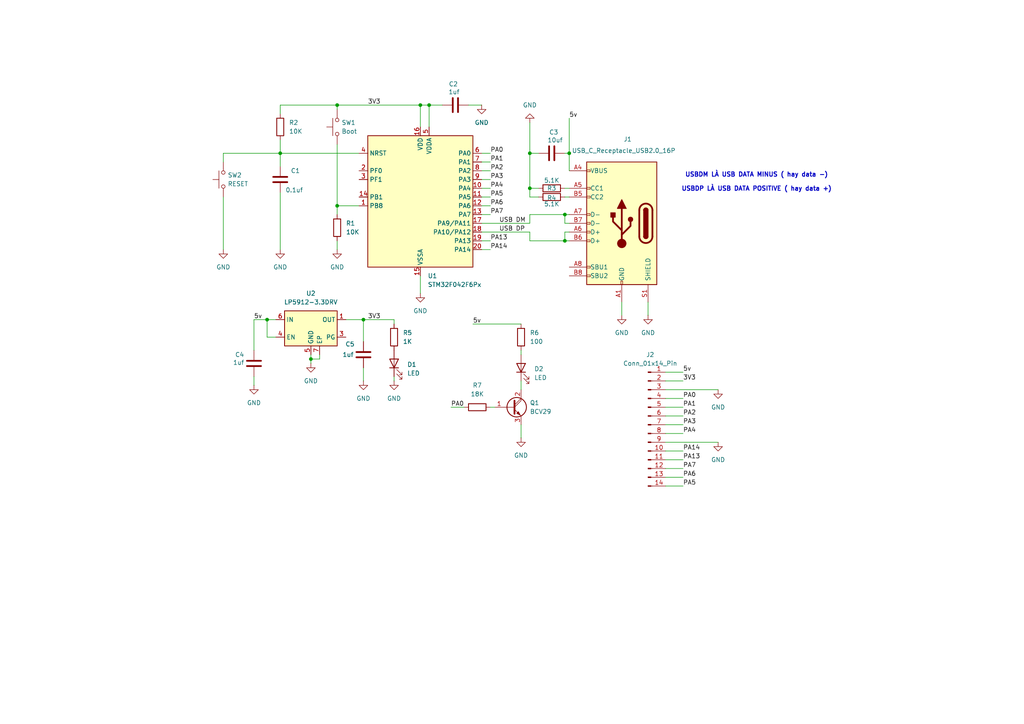
<source format=kicad_sch>
(kicad_sch
	(version 20250114)
	(generator "eeschema")
	(generator_version "9.0")
	(uuid "a12d6efc-0d66-4f9a-a086-3e735690e4e1")
	(paper "A4")
	(title_block
		(title "STM32 DEV KIT ")
		(comment 1 "Design by Q")
	)
	(lib_symbols
		(symbol "Connector:Conn_01x14_Pin"
			(pin_names
				(offset 1.016)
				(hide yes)
			)
			(exclude_from_sim no)
			(in_bom yes)
			(on_board yes)
			(property "Reference" "J"
				(at 0 17.78 0)
				(effects
					(font
						(size 1.27 1.27)
					)
				)
			)
			(property "Value" "Conn_01x14_Pin"
				(at 0 -20.32 0)
				(effects
					(font
						(size 1.27 1.27)
					)
				)
			)
			(property "Footprint" ""
				(at 0 0 0)
				(effects
					(font
						(size 1.27 1.27)
					)
					(hide yes)
				)
			)
			(property "Datasheet" "~"
				(at 0 0 0)
				(effects
					(font
						(size 1.27 1.27)
					)
					(hide yes)
				)
			)
			(property "Description" "Generic connector, single row, 01x14, script generated"
				(at 0 0 0)
				(effects
					(font
						(size 1.27 1.27)
					)
					(hide yes)
				)
			)
			(property "ki_locked" ""
				(at 0 0 0)
				(effects
					(font
						(size 1.27 1.27)
					)
				)
			)
			(property "ki_keywords" "connector"
				(at 0 0 0)
				(effects
					(font
						(size 1.27 1.27)
					)
					(hide yes)
				)
			)
			(property "ki_fp_filters" "Connector*:*_1x??_*"
				(at 0 0 0)
				(effects
					(font
						(size 1.27 1.27)
					)
					(hide yes)
				)
			)
			(symbol "Conn_01x14_Pin_1_1"
				(rectangle
					(start 0.8636 15.367)
					(end 0 15.113)
					(stroke
						(width 0.1524)
						(type default)
					)
					(fill
						(type outline)
					)
				)
				(rectangle
					(start 0.8636 12.827)
					(end 0 12.573)
					(stroke
						(width 0.1524)
						(type default)
					)
					(fill
						(type outline)
					)
				)
				(rectangle
					(start 0.8636 10.287)
					(end 0 10.033)
					(stroke
						(width 0.1524)
						(type default)
					)
					(fill
						(type outline)
					)
				)
				(rectangle
					(start 0.8636 7.747)
					(end 0 7.493)
					(stroke
						(width 0.1524)
						(type default)
					)
					(fill
						(type outline)
					)
				)
				(rectangle
					(start 0.8636 5.207)
					(end 0 4.953)
					(stroke
						(width 0.1524)
						(type default)
					)
					(fill
						(type outline)
					)
				)
				(rectangle
					(start 0.8636 2.667)
					(end 0 2.413)
					(stroke
						(width 0.1524)
						(type default)
					)
					(fill
						(type outline)
					)
				)
				(rectangle
					(start 0.8636 0.127)
					(end 0 -0.127)
					(stroke
						(width 0.1524)
						(type default)
					)
					(fill
						(type outline)
					)
				)
				(rectangle
					(start 0.8636 -2.413)
					(end 0 -2.667)
					(stroke
						(width 0.1524)
						(type default)
					)
					(fill
						(type outline)
					)
				)
				(rectangle
					(start 0.8636 -4.953)
					(end 0 -5.207)
					(stroke
						(width 0.1524)
						(type default)
					)
					(fill
						(type outline)
					)
				)
				(rectangle
					(start 0.8636 -7.493)
					(end 0 -7.747)
					(stroke
						(width 0.1524)
						(type default)
					)
					(fill
						(type outline)
					)
				)
				(rectangle
					(start 0.8636 -10.033)
					(end 0 -10.287)
					(stroke
						(width 0.1524)
						(type default)
					)
					(fill
						(type outline)
					)
				)
				(rectangle
					(start 0.8636 -12.573)
					(end 0 -12.827)
					(stroke
						(width 0.1524)
						(type default)
					)
					(fill
						(type outline)
					)
				)
				(rectangle
					(start 0.8636 -15.113)
					(end 0 -15.367)
					(stroke
						(width 0.1524)
						(type default)
					)
					(fill
						(type outline)
					)
				)
				(rectangle
					(start 0.8636 -17.653)
					(end 0 -17.907)
					(stroke
						(width 0.1524)
						(type default)
					)
					(fill
						(type outline)
					)
				)
				(polyline
					(pts
						(xy 1.27 15.24) (xy 0.8636 15.24)
					)
					(stroke
						(width 0.1524)
						(type default)
					)
					(fill
						(type none)
					)
				)
				(polyline
					(pts
						(xy 1.27 12.7) (xy 0.8636 12.7)
					)
					(stroke
						(width 0.1524)
						(type default)
					)
					(fill
						(type none)
					)
				)
				(polyline
					(pts
						(xy 1.27 10.16) (xy 0.8636 10.16)
					)
					(stroke
						(width 0.1524)
						(type default)
					)
					(fill
						(type none)
					)
				)
				(polyline
					(pts
						(xy 1.27 7.62) (xy 0.8636 7.62)
					)
					(stroke
						(width 0.1524)
						(type default)
					)
					(fill
						(type none)
					)
				)
				(polyline
					(pts
						(xy 1.27 5.08) (xy 0.8636 5.08)
					)
					(stroke
						(width 0.1524)
						(type default)
					)
					(fill
						(type none)
					)
				)
				(polyline
					(pts
						(xy 1.27 2.54) (xy 0.8636 2.54)
					)
					(stroke
						(width 0.1524)
						(type default)
					)
					(fill
						(type none)
					)
				)
				(polyline
					(pts
						(xy 1.27 0) (xy 0.8636 0)
					)
					(stroke
						(width 0.1524)
						(type default)
					)
					(fill
						(type none)
					)
				)
				(polyline
					(pts
						(xy 1.27 -2.54) (xy 0.8636 -2.54)
					)
					(stroke
						(width 0.1524)
						(type default)
					)
					(fill
						(type none)
					)
				)
				(polyline
					(pts
						(xy 1.27 -5.08) (xy 0.8636 -5.08)
					)
					(stroke
						(width 0.1524)
						(type default)
					)
					(fill
						(type none)
					)
				)
				(polyline
					(pts
						(xy 1.27 -7.62) (xy 0.8636 -7.62)
					)
					(stroke
						(width 0.1524)
						(type default)
					)
					(fill
						(type none)
					)
				)
				(polyline
					(pts
						(xy 1.27 -10.16) (xy 0.8636 -10.16)
					)
					(stroke
						(width 0.1524)
						(type default)
					)
					(fill
						(type none)
					)
				)
				(polyline
					(pts
						(xy 1.27 -12.7) (xy 0.8636 -12.7)
					)
					(stroke
						(width 0.1524)
						(type default)
					)
					(fill
						(type none)
					)
				)
				(polyline
					(pts
						(xy 1.27 -15.24) (xy 0.8636 -15.24)
					)
					(stroke
						(width 0.1524)
						(type default)
					)
					(fill
						(type none)
					)
				)
				(polyline
					(pts
						(xy 1.27 -17.78) (xy 0.8636 -17.78)
					)
					(stroke
						(width 0.1524)
						(type default)
					)
					(fill
						(type none)
					)
				)
				(pin passive line
					(at 5.08 15.24 180)
					(length 3.81)
					(name "Pin_1"
						(effects
							(font
								(size 1.27 1.27)
							)
						)
					)
					(number "1"
						(effects
							(font
								(size 1.27 1.27)
							)
						)
					)
				)
				(pin passive line
					(at 5.08 12.7 180)
					(length 3.81)
					(name "Pin_2"
						(effects
							(font
								(size 1.27 1.27)
							)
						)
					)
					(number "2"
						(effects
							(font
								(size 1.27 1.27)
							)
						)
					)
				)
				(pin passive line
					(at 5.08 10.16 180)
					(length 3.81)
					(name "Pin_3"
						(effects
							(font
								(size 1.27 1.27)
							)
						)
					)
					(number "3"
						(effects
							(font
								(size 1.27 1.27)
							)
						)
					)
				)
				(pin passive line
					(at 5.08 7.62 180)
					(length 3.81)
					(name "Pin_4"
						(effects
							(font
								(size 1.27 1.27)
							)
						)
					)
					(number "4"
						(effects
							(font
								(size 1.27 1.27)
							)
						)
					)
				)
				(pin passive line
					(at 5.08 5.08 180)
					(length 3.81)
					(name "Pin_5"
						(effects
							(font
								(size 1.27 1.27)
							)
						)
					)
					(number "5"
						(effects
							(font
								(size 1.27 1.27)
							)
						)
					)
				)
				(pin passive line
					(at 5.08 2.54 180)
					(length 3.81)
					(name "Pin_6"
						(effects
							(font
								(size 1.27 1.27)
							)
						)
					)
					(number "6"
						(effects
							(font
								(size 1.27 1.27)
							)
						)
					)
				)
				(pin passive line
					(at 5.08 0 180)
					(length 3.81)
					(name "Pin_7"
						(effects
							(font
								(size 1.27 1.27)
							)
						)
					)
					(number "7"
						(effects
							(font
								(size 1.27 1.27)
							)
						)
					)
				)
				(pin passive line
					(at 5.08 -2.54 180)
					(length 3.81)
					(name "Pin_8"
						(effects
							(font
								(size 1.27 1.27)
							)
						)
					)
					(number "8"
						(effects
							(font
								(size 1.27 1.27)
							)
						)
					)
				)
				(pin passive line
					(at 5.08 -5.08 180)
					(length 3.81)
					(name "Pin_9"
						(effects
							(font
								(size 1.27 1.27)
							)
						)
					)
					(number "9"
						(effects
							(font
								(size 1.27 1.27)
							)
						)
					)
				)
				(pin passive line
					(at 5.08 -7.62 180)
					(length 3.81)
					(name "Pin_10"
						(effects
							(font
								(size 1.27 1.27)
							)
						)
					)
					(number "10"
						(effects
							(font
								(size 1.27 1.27)
							)
						)
					)
				)
				(pin passive line
					(at 5.08 -10.16 180)
					(length 3.81)
					(name "Pin_11"
						(effects
							(font
								(size 1.27 1.27)
							)
						)
					)
					(number "11"
						(effects
							(font
								(size 1.27 1.27)
							)
						)
					)
				)
				(pin passive line
					(at 5.08 -12.7 180)
					(length 3.81)
					(name "Pin_12"
						(effects
							(font
								(size 1.27 1.27)
							)
						)
					)
					(number "12"
						(effects
							(font
								(size 1.27 1.27)
							)
						)
					)
				)
				(pin passive line
					(at 5.08 -15.24 180)
					(length 3.81)
					(name "Pin_13"
						(effects
							(font
								(size 1.27 1.27)
							)
						)
					)
					(number "13"
						(effects
							(font
								(size 1.27 1.27)
							)
						)
					)
				)
				(pin passive line
					(at 5.08 -17.78 180)
					(length 3.81)
					(name "Pin_14"
						(effects
							(font
								(size 1.27 1.27)
							)
						)
					)
					(number "14"
						(effects
							(font
								(size 1.27 1.27)
							)
						)
					)
				)
			)
			(embedded_fonts no)
		)
		(symbol "Connector:USB_C_Receptacle_USB2.0_16P"
			(pin_names
				(offset 1.016)
			)
			(exclude_from_sim no)
			(in_bom yes)
			(on_board yes)
			(property "Reference" "J"
				(at 0 22.225 0)
				(effects
					(font
						(size 1.27 1.27)
					)
				)
			)
			(property "Value" "USB_C_Receptacle_USB2.0_16P"
				(at 0 19.685 0)
				(effects
					(font
						(size 1.27 1.27)
					)
				)
			)
			(property "Footprint" ""
				(at 3.81 0 0)
				(effects
					(font
						(size 1.27 1.27)
					)
					(hide yes)
				)
			)
			(property "Datasheet" "https://www.usb.org/sites/default/files/documents/usb_type-c.zip"
				(at 3.81 0 0)
				(effects
					(font
						(size 1.27 1.27)
					)
					(hide yes)
				)
			)
			(property "Description" "USB 2.0-only 16P Type-C Receptacle connector"
				(at 0 0 0)
				(effects
					(font
						(size 1.27 1.27)
					)
					(hide yes)
				)
			)
			(property "ki_keywords" "usb universal serial bus type-C USB2.0"
				(at 0 0 0)
				(effects
					(font
						(size 1.27 1.27)
					)
					(hide yes)
				)
			)
			(property "ki_fp_filters" "USB*C*Receptacle*"
				(at 0 0 0)
				(effects
					(font
						(size 1.27 1.27)
					)
					(hide yes)
				)
			)
			(symbol "USB_C_Receptacle_USB2.0_16P_0_0"
				(rectangle
					(start -0.254 -17.78)
					(end 0.254 -16.764)
					(stroke
						(width 0)
						(type default)
					)
					(fill
						(type none)
					)
				)
				(rectangle
					(start 10.16 15.494)
					(end 9.144 14.986)
					(stroke
						(width 0)
						(type default)
					)
					(fill
						(type none)
					)
				)
				(rectangle
					(start 10.16 10.414)
					(end 9.144 9.906)
					(stroke
						(width 0)
						(type default)
					)
					(fill
						(type none)
					)
				)
				(rectangle
					(start 10.16 7.874)
					(end 9.144 7.366)
					(stroke
						(width 0)
						(type default)
					)
					(fill
						(type none)
					)
				)
				(rectangle
					(start 10.16 2.794)
					(end 9.144 2.286)
					(stroke
						(width 0)
						(type default)
					)
					(fill
						(type none)
					)
				)
				(rectangle
					(start 10.16 0.254)
					(end 9.144 -0.254)
					(stroke
						(width 0)
						(type default)
					)
					(fill
						(type none)
					)
				)
				(rectangle
					(start 10.16 -2.286)
					(end 9.144 -2.794)
					(stroke
						(width 0)
						(type default)
					)
					(fill
						(type none)
					)
				)
				(rectangle
					(start 10.16 -4.826)
					(end 9.144 -5.334)
					(stroke
						(width 0)
						(type default)
					)
					(fill
						(type none)
					)
				)
				(rectangle
					(start 10.16 -12.446)
					(end 9.144 -12.954)
					(stroke
						(width 0)
						(type default)
					)
					(fill
						(type none)
					)
				)
				(rectangle
					(start 10.16 -14.986)
					(end 9.144 -15.494)
					(stroke
						(width 0)
						(type default)
					)
					(fill
						(type none)
					)
				)
			)
			(symbol "USB_C_Receptacle_USB2.0_16P_0_1"
				(rectangle
					(start -10.16 17.78)
					(end 10.16 -17.78)
					(stroke
						(width 0.254)
						(type default)
					)
					(fill
						(type background)
					)
				)
				(polyline
					(pts
						(xy -8.89 -3.81) (xy -8.89 3.81)
					)
					(stroke
						(width 0.508)
						(type default)
					)
					(fill
						(type none)
					)
				)
				(rectangle
					(start -7.62 -3.81)
					(end -6.35 3.81)
					(stroke
						(width 0.254)
						(type default)
					)
					(fill
						(type outline)
					)
				)
				(arc
					(start -7.62 3.81)
					(mid -6.985 4.4423)
					(end -6.35 3.81)
					(stroke
						(width 0.254)
						(type default)
					)
					(fill
						(type none)
					)
				)
				(arc
					(start -7.62 3.81)
					(mid -6.985 4.4423)
					(end -6.35 3.81)
					(stroke
						(width 0.254)
						(type default)
					)
					(fill
						(type outline)
					)
				)
				(arc
					(start -8.89 3.81)
					(mid -6.985 5.7067)
					(end -5.08 3.81)
					(stroke
						(width 0.508)
						(type default)
					)
					(fill
						(type none)
					)
				)
				(arc
					(start -5.08 -3.81)
					(mid -6.985 -5.7067)
					(end -8.89 -3.81)
					(stroke
						(width 0.508)
						(type default)
					)
					(fill
						(type none)
					)
				)
				(arc
					(start -6.35 -3.81)
					(mid -6.985 -4.4423)
					(end -7.62 -3.81)
					(stroke
						(width 0.254)
						(type default)
					)
					(fill
						(type none)
					)
				)
				(arc
					(start -6.35 -3.81)
					(mid -6.985 -4.4423)
					(end -7.62 -3.81)
					(stroke
						(width 0.254)
						(type default)
					)
					(fill
						(type outline)
					)
				)
				(polyline
					(pts
						(xy -5.08 3.81) (xy -5.08 -3.81)
					)
					(stroke
						(width 0.508)
						(type default)
					)
					(fill
						(type none)
					)
				)
				(circle
					(center -2.54 1.143)
					(radius 0.635)
					(stroke
						(width 0.254)
						(type default)
					)
					(fill
						(type outline)
					)
				)
				(polyline
					(pts
						(xy -1.27 4.318) (xy 0 6.858) (xy 1.27 4.318) (xy -1.27 4.318)
					)
					(stroke
						(width 0.254)
						(type default)
					)
					(fill
						(type outline)
					)
				)
				(polyline
					(pts
						(xy 0 -2.032) (xy 2.54 0.508) (xy 2.54 1.778)
					)
					(stroke
						(width 0.508)
						(type default)
					)
					(fill
						(type none)
					)
				)
				(polyline
					(pts
						(xy 0 -3.302) (xy -2.54 -0.762) (xy -2.54 0.508)
					)
					(stroke
						(width 0.508)
						(type default)
					)
					(fill
						(type none)
					)
				)
				(polyline
					(pts
						(xy 0 -5.842) (xy 0 4.318)
					)
					(stroke
						(width 0.508)
						(type default)
					)
					(fill
						(type none)
					)
				)
				(circle
					(center 0 -5.842)
					(radius 1.27)
					(stroke
						(width 0)
						(type default)
					)
					(fill
						(type outline)
					)
				)
				(rectangle
					(start 1.905 1.778)
					(end 3.175 3.048)
					(stroke
						(width 0.254)
						(type default)
					)
					(fill
						(type outline)
					)
				)
			)
			(symbol "USB_C_Receptacle_USB2.0_16P_1_1"
				(pin passive line
					(at -7.62 -22.86 90)
					(length 5.08)
					(name "SHIELD"
						(effects
							(font
								(size 1.27 1.27)
							)
						)
					)
					(number "S1"
						(effects
							(font
								(size 1.27 1.27)
							)
						)
					)
				)
				(pin passive line
					(at 0 -22.86 90)
					(length 5.08)
					(name "GND"
						(effects
							(font
								(size 1.27 1.27)
							)
						)
					)
					(number "A1"
						(effects
							(font
								(size 1.27 1.27)
							)
						)
					)
				)
				(pin passive line
					(at 0 -22.86 90)
					(length 5.08)
					(hide yes)
					(name "GND"
						(effects
							(font
								(size 1.27 1.27)
							)
						)
					)
					(number "A12"
						(effects
							(font
								(size 1.27 1.27)
							)
						)
					)
				)
				(pin passive line
					(at 0 -22.86 90)
					(length 5.08)
					(hide yes)
					(name "GND"
						(effects
							(font
								(size 1.27 1.27)
							)
						)
					)
					(number "B1"
						(effects
							(font
								(size 1.27 1.27)
							)
						)
					)
				)
				(pin passive line
					(at 0 -22.86 90)
					(length 5.08)
					(hide yes)
					(name "GND"
						(effects
							(font
								(size 1.27 1.27)
							)
						)
					)
					(number "B12"
						(effects
							(font
								(size 1.27 1.27)
							)
						)
					)
				)
				(pin passive line
					(at 15.24 15.24 180)
					(length 5.08)
					(name "VBUS"
						(effects
							(font
								(size 1.27 1.27)
							)
						)
					)
					(number "A4"
						(effects
							(font
								(size 1.27 1.27)
							)
						)
					)
				)
				(pin passive line
					(at 15.24 15.24 180)
					(length 5.08)
					(hide yes)
					(name "VBUS"
						(effects
							(font
								(size 1.27 1.27)
							)
						)
					)
					(number "A9"
						(effects
							(font
								(size 1.27 1.27)
							)
						)
					)
				)
				(pin passive line
					(at 15.24 15.24 180)
					(length 5.08)
					(hide yes)
					(name "VBUS"
						(effects
							(font
								(size 1.27 1.27)
							)
						)
					)
					(number "B4"
						(effects
							(font
								(size 1.27 1.27)
							)
						)
					)
				)
				(pin passive line
					(at 15.24 15.24 180)
					(length 5.08)
					(hide yes)
					(name "VBUS"
						(effects
							(font
								(size 1.27 1.27)
							)
						)
					)
					(number "B9"
						(effects
							(font
								(size 1.27 1.27)
							)
						)
					)
				)
				(pin bidirectional line
					(at 15.24 10.16 180)
					(length 5.08)
					(name "CC1"
						(effects
							(font
								(size 1.27 1.27)
							)
						)
					)
					(number "A5"
						(effects
							(font
								(size 1.27 1.27)
							)
						)
					)
				)
				(pin bidirectional line
					(at 15.24 7.62 180)
					(length 5.08)
					(name "CC2"
						(effects
							(font
								(size 1.27 1.27)
							)
						)
					)
					(number "B5"
						(effects
							(font
								(size 1.27 1.27)
							)
						)
					)
				)
				(pin bidirectional line
					(at 15.24 2.54 180)
					(length 5.08)
					(name "D-"
						(effects
							(font
								(size 1.27 1.27)
							)
						)
					)
					(number "A7"
						(effects
							(font
								(size 1.27 1.27)
							)
						)
					)
				)
				(pin bidirectional line
					(at 15.24 0 180)
					(length 5.08)
					(name "D-"
						(effects
							(font
								(size 1.27 1.27)
							)
						)
					)
					(number "B7"
						(effects
							(font
								(size 1.27 1.27)
							)
						)
					)
				)
				(pin bidirectional line
					(at 15.24 -2.54 180)
					(length 5.08)
					(name "D+"
						(effects
							(font
								(size 1.27 1.27)
							)
						)
					)
					(number "A6"
						(effects
							(font
								(size 1.27 1.27)
							)
						)
					)
				)
				(pin bidirectional line
					(at 15.24 -5.08 180)
					(length 5.08)
					(name "D+"
						(effects
							(font
								(size 1.27 1.27)
							)
						)
					)
					(number "B6"
						(effects
							(font
								(size 1.27 1.27)
							)
						)
					)
				)
				(pin bidirectional line
					(at 15.24 -12.7 180)
					(length 5.08)
					(name "SBU1"
						(effects
							(font
								(size 1.27 1.27)
							)
						)
					)
					(number "A8"
						(effects
							(font
								(size 1.27 1.27)
							)
						)
					)
				)
				(pin bidirectional line
					(at 15.24 -15.24 180)
					(length 5.08)
					(name "SBU2"
						(effects
							(font
								(size 1.27 1.27)
							)
						)
					)
					(number "B8"
						(effects
							(font
								(size 1.27 1.27)
							)
						)
					)
				)
			)
			(embedded_fonts no)
		)
		(symbol "Device:C"
			(pin_numbers
				(hide yes)
			)
			(pin_names
				(offset 0.254)
			)
			(exclude_from_sim no)
			(in_bom yes)
			(on_board yes)
			(property "Reference" "C"
				(at 0.635 2.54 0)
				(effects
					(font
						(size 1.27 1.27)
					)
					(justify left)
				)
			)
			(property "Value" "C"
				(at 0.635 -2.54 0)
				(effects
					(font
						(size 1.27 1.27)
					)
					(justify left)
				)
			)
			(property "Footprint" ""
				(at 0.9652 -3.81 0)
				(effects
					(font
						(size 1.27 1.27)
					)
					(hide yes)
				)
			)
			(property "Datasheet" "~"
				(at 0 0 0)
				(effects
					(font
						(size 1.27 1.27)
					)
					(hide yes)
				)
			)
			(property "Description" "Unpolarized capacitor"
				(at 0 0 0)
				(effects
					(font
						(size 1.27 1.27)
					)
					(hide yes)
				)
			)
			(property "ki_keywords" "cap capacitor"
				(at 0 0 0)
				(effects
					(font
						(size 1.27 1.27)
					)
					(hide yes)
				)
			)
			(property "ki_fp_filters" "C_*"
				(at 0 0 0)
				(effects
					(font
						(size 1.27 1.27)
					)
					(hide yes)
				)
			)
			(symbol "C_0_1"
				(polyline
					(pts
						(xy -2.032 0.762) (xy 2.032 0.762)
					)
					(stroke
						(width 0.508)
						(type default)
					)
					(fill
						(type none)
					)
				)
				(polyline
					(pts
						(xy -2.032 -0.762) (xy 2.032 -0.762)
					)
					(stroke
						(width 0.508)
						(type default)
					)
					(fill
						(type none)
					)
				)
			)
			(symbol "C_1_1"
				(pin passive line
					(at 0 3.81 270)
					(length 2.794)
					(name "~"
						(effects
							(font
								(size 1.27 1.27)
							)
						)
					)
					(number "1"
						(effects
							(font
								(size 1.27 1.27)
							)
						)
					)
				)
				(pin passive line
					(at 0 -3.81 90)
					(length 2.794)
					(name "~"
						(effects
							(font
								(size 1.27 1.27)
							)
						)
					)
					(number "2"
						(effects
							(font
								(size 1.27 1.27)
							)
						)
					)
				)
			)
			(embedded_fonts no)
		)
		(symbol "Device:LED"
			(pin_numbers
				(hide yes)
			)
			(pin_names
				(offset 1.016)
				(hide yes)
			)
			(exclude_from_sim no)
			(in_bom yes)
			(on_board yes)
			(property "Reference" "D"
				(at 0 2.54 0)
				(effects
					(font
						(size 1.27 1.27)
					)
				)
			)
			(property "Value" "LED"
				(at 0 -2.54 0)
				(effects
					(font
						(size 1.27 1.27)
					)
				)
			)
			(property "Footprint" ""
				(at 0 0 0)
				(effects
					(font
						(size 1.27 1.27)
					)
					(hide yes)
				)
			)
			(property "Datasheet" "~"
				(at 0 0 0)
				(effects
					(font
						(size 1.27 1.27)
					)
					(hide yes)
				)
			)
			(property "Description" "Light emitting diode"
				(at 0 0 0)
				(effects
					(font
						(size 1.27 1.27)
					)
					(hide yes)
				)
			)
			(property "Sim.Pins" "1=K 2=A"
				(at 0 0 0)
				(effects
					(font
						(size 1.27 1.27)
					)
					(hide yes)
				)
			)
			(property "ki_keywords" "LED diode"
				(at 0 0 0)
				(effects
					(font
						(size 1.27 1.27)
					)
					(hide yes)
				)
			)
			(property "ki_fp_filters" "LED* LED_SMD:* LED_THT:*"
				(at 0 0 0)
				(effects
					(font
						(size 1.27 1.27)
					)
					(hide yes)
				)
			)
			(symbol "LED_0_1"
				(polyline
					(pts
						(xy -3.048 -0.762) (xy -4.572 -2.286) (xy -3.81 -2.286) (xy -4.572 -2.286) (xy -4.572 -1.524)
					)
					(stroke
						(width 0)
						(type default)
					)
					(fill
						(type none)
					)
				)
				(polyline
					(pts
						(xy -1.778 -0.762) (xy -3.302 -2.286) (xy -2.54 -2.286) (xy -3.302 -2.286) (xy -3.302 -1.524)
					)
					(stroke
						(width 0)
						(type default)
					)
					(fill
						(type none)
					)
				)
				(polyline
					(pts
						(xy -1.27 0) (xy 1.27 0)
					)
					(stroke
						(width 0)
						(type default)
					)
					(fill
						(type none)
					)
				)
				(polyline
					(pts
						(xy -1.27 -1.27) (xy -1.27 1.27)
					)
					(stroke
						(width 0.254)
						(type default)
					)
					(fill
						(type none)
					)
				)
				(polyline
					(pts
						(xy 1.27 -1.27) (xy 1.27 1.27) (xy -1.27 0) (xy 1.27 -1.27)
					)
					(stroke
						(width 0.254)
						(type default)
					)
					(fill
						(type none)
					)
				)
			)
			(symbol "LED_1_1"
				(pin passive line
					(at -3.81 0 0)
					(length 2.54)
					(name "K"
						(effects
							(font
								(size 1.27 1.27)
							)
						)
					)
					(number "1"
						(effects
							(font
								(size 1.27 1.27)
							)
						)
					)
				)
				(pin passive line
					(at 3.81 0 180)
					(length 2.54)
					(name "A"
						(effects
							(font
								(size 1.27 1.27)
							)
						)
					)
					(number "2"
						(effects
							(font
								(size 1.27 1.27)
							)
						)
					)
				)
			)
			(embedded_fonts no)
		)
		(symbol "Device:R"
			(pin_numbers
				(hide yes)
			)
			(pin_names
				(offset 0)
			)
			(exclude_from_sim no)
			(in_bom yes)
			(on_board yes)
			(property "Reference" "R"
				(at 2.032 0 90)
				(effects
					(font
						(size 1.27 1.27)
					)
				)
			)
			(property "Value" "R"
				(at 0 0 90)
				(effects
					(font
						(size 1.27 1.27)
					)
				)
			)
			(property "Footprint" ""
				(at -1.778 0 90)
				(effects
					(font
						(size 1.27 1.27)
					)
					(hide yes)
				)
			)
			(property "Datasheet" "~"
				(at 0 0 0)
				(effects
					(font
						(size 1.27 1.27)
					)
					(hide yes)
				)
			)
			(property "Description" "Resistor"
				(at 0 0 0)
				(effects
					(font
						(size 1.27 1.27)
					)
					(hide yes)
				)
			)
			(property "ki_keywords" "R res resistor"
				(at 0 0 0)
				(effects
					(font
						(size 1.27 1.27)
					)
					(hide yes)
				)
			)
			(property "ki_fp_filters" "R_*"
				(at 0 0 0)
				(effects
					(font
						(size 1.27 1.27)
					)
					(hide yes)
				)
			)
			(symbol "R_0_1"
				(rectangle
					(start -1.016 -2.54)
					(end 1.016 2.54)
					(stroke
						(width 0.254)
						(type default)
					)
					(fill
						(type none)
					)
				)
			)
			(symbol "R_1_1"
				(pin passive line
					(at 0 3.81 270)
					(length 1.27)
					(name "~"
						(effects
							(font
								(size 1.27 1.27)
							)
						)
					)
					(number "1"
						(effects
							(font
								(size 1.27 1.27)
							)
						)
					)
				)
				(pin passive line
					(at 0 -3.81 90)
					(length 1.27)
					(name "~"
						(effects
							(font
								(size 1.27 1.27)
							)
						)
					)
					(number "2"
						(effects
							(font
								(size 1.27 1.27)
							)
						)
					)
				)
			)
			(embedded_fonts no)
		)
		(symbol "MCU_ST_STM32F0:STM32F042F6Px"
			(exclude_from_sim no)
			(in_bom yes)
			(on_board yes)
			(property "Reference" "U"
				(at -15.24 21.59 0)
				(effects
					(font
						(size 1.27 1.27)
					)
					(justify left)
				)
			)
			(property "Value" "STM32F042F6Px"
				(at 5.08 21.59 0)
				(effects
					(font
						(size 1.27 1.27)
					)
					(justify left)
				)
			)
			(property "Footprint" "Package_SO:TSSOP-20_4.4x6.5mm_P0.65mm"
				(at -15.24 -17.78 0)
				(effects
					(font
						(size 1.27 1.27)
					)
					(justify right)
					(hide yes)
				)
			)
			(property "Datasheet" "https://www.st.com/resource/en/datasheet/stm32f042f6.pdf"
				(at 0 0 0)
				(effects
					(font
						(size 1.27 1.27)
					)
					(hide yes)
				)
			)
			(property "Description" "STMicroelectronics Arm Cortex-M0 MCU, 32KB flash, 6KB RAM, 48 MHz, 2.0-3.6V, 16 GPIO, TSSOP20"
				(at 0 0 0)
				(effects
					(font
						(size 1.27 1.27)
					)
					(hide yes)
				)
			)
			(property "ki_keywords" "Arm Cortex-M0 STM32F0 STM32F0x2"
				(at 0 0 0)
				(effects
					(font
						(size 1.27 1.27)
					)
					(hide yes)
				)
			)
			(property "ki_fp_filters" "TSSOP*4.4x6.5mm*P0.65mm*"
				(at 0 0 0)
				(effects
					(font
						(size 1.27 1.27)
					)
					(hide yes)
				)
			)
			(symbol "STM32F042F6Px_0_1"
				(rectangle
					(start -15.24 -17.78)
					(end 15.24 20.32)
					(stroke
						(width 0.254)
						(type default)
					)
					(fill
						(type background)
					)
				)
			)
			(symbol "STM32F042F6Px_1_1"
				(pin input line
					(at -17.78 15.24 0)
					(length 2.54)
					(name "NRST"
						(effects
							(font
								(size 1.27 1.27)
							)
						)
					)
					(number "4"
						(effects
							(font
								(size 1.27 1.27)
							)
						)
					)
				)
				(pin bidirectional line
					(at -17.78 10.16 0)
					(length 2.54)
					(name "PF0"
						(effects
							(font
								(size 1.27 1.27)
							)
						)
					)
					(number "2"
						(effects
							(font
								(size 1.27 1.27)
							)
						)
					)
					(alternate "CRS_SYNC" bidirectional line)
					(alternate "I2C1_SDA" bidirectional line)
					(alternate "RCC_OSC_IN" bidirectional line)
				)
				(pin bidirectional line
					(at -17.78 7.62 0)
					(length 2.54)
					(name "PF1"
						(effects
							(font
								(size 1.27 1.27)
							)
						)
					)
					(number "3"
						(effects
							(font
								(size 1.27 1.27)
							)
						)
					)
					(alternate "I2C1_SCL" bidirectional line)
					(alternate "RCC_OSC_OUT" bidirectional line)
				)
				(pin bidirectional line
					(at -17.78 2.54 0)
					(length 2.54)
					(name "PB1"
						(effects
							(font
								(size 1.27 1.27)
							)
						)
					)
					(number "14"
						(effects
							(font
								(size 1.27 1.27)
							)
						)
					)
					(alternate "ADC_IN9" bidirectional line)
					(alternate "TIM14_CH1" bidirectional line)
					(alternate "TIM1_CH3N" bidirectional line)
					(alternate "TIM3_CH4" bidirectional line)
				)
				(pin bidirectional line
					(at -17.78 0 0)
					(length 2.54)
					(name "PB8"
						(effects
							(font
								(size 1.27 1.27)
							)
						)
					)
					(number "1"
						(effects
							(font
								(size 1.27 1.27)
							)
						)
					)
					(alternate "CAN_RX" bidirectional line)
					(alternate "CEC" bidirectional line)
					(alternate "I2C1_SCL" bidirectional line)
					(alternate "TIM16_CH1" bidirectional line)
					(alternate "TSC_SYNC" bidirectional line)
				)
				(pin power_in line
					(at 0 22.86 270)
					(length 2.54)
					(name "VDD"
						(effects
							(font
								(size 1.27 1.27)
							)
						)
					)
					(number "16"
						(effects
							(font
								(size 1.27 1.27)
							)
						)
					)
				)
				(pin power_in line
					(at 0 -20.32 90)
					(length 2.54)
					(name "VSSA"
						(effects
							(font
								(size 1.27 1.27)
							)
						)
					)
					(number "15"
						(effects
							(font
								(size 1.27 1.27)
							)
						)
					)
				)
				(pin power_in line
					(at 2.54 22.86 270)
					(length 2.54)
					(name "VDDA"
						(effects
							(font
								(size 1.27 1.27)
							)
						)
					)
					(number "5"
						(effects
							(font
								(size 1.27 1.27)
							)
						)
					)
				)
				(pin bidirectional line
					(at 17.78 15.24 180)
					(length 2.54)
					(name "PA0"
						(effects
							(font
								(size 1.27 1.27)
							)
						)
					)
					(number "6"
						(effects
							(font
								(size 1.27 1.27)
							)
						)
					)
					(alternate "ADC_IN0" bidirectional line)
					(alternate "RTC_TAMP2" bidirectional line)
					(alternate "SYS_WKUP1" bidirectional line)
					(alternate "TIM2_CH1" bidirectional line)
					(alternate "TIM2_ETR" bidirectional line)
					(alternate "TSC_G1_IO1" bidirectional line)
					(alternate "USART2_CTS" bidirectional line)
				)
				(pin bidirectional line
					(at 17.78 12.7 180)
					(length 2.54)
					(name "PA1"
						(effects
							(font
								(size 1.27 1.27)
							)
						)
					)
					(number "7"
						(effects
							(font
								(size 1.27 1.27)
							)
						)
					)
					(alternate "ADC_IN1" bidirectional line)
					(alternate "TIM2_CH2" bidirectional line)
					(alternate "TSC_G1_IO2" bidirectional line)
					(alternate "USART2_DE" bidirectional line)
					(alternate "USART2_RTS" bidirectional line)
				)
				(pin bidirectional line
					(at 17.78 10.16 180)
					(length 2.54)
					(name "PA2"
						(effects
							(font
								(size 1.27 1.27)
							)
						)
					)
					(number "8"
						(effects
							(font
								(size 1.27 1.27)
							)
						)
					)
					(alternate "ADC_IN2" bidirectional line)
					(alternate "SYS_WKUP4" bidirectional line)
					(alternate "TIM2_CH3" bidirectional line)
					(alternate "TSC_G1_IO3" bidirectional line)
					(alternate "USART2_TX" bidirectional line)
				)
				(pin bidirectional line
					(at 17.78 7.62 180)
					(length 2.54)
					(name "PA3"
						(effects
							(font
								(size 1.27 1.27)
							)
						)
					)
					(number "9"
						(effects
							(font
								(size 1.27 1.27)
							)
						)
					)
					(alternate "ADC_IN3" bidirectional line)
					(alternate "TIM2_CH4" bidirectional line)
					(alternate "TSC_G1_IO4" bidirectional line)
					(alternate "USART2_RX" bidirectional line)
				)
				(pin bidirectional line
					(at 17.78 5.08 180)
					(length 2.54)
					(name "PA4"
						(effects
							(font
								(size 1.27 1.27)
							)
						)
					)
					(number "10"
						(effects
							(font
								(size 1.27 1.27)
							)
						)
					)
					(alternate "ADC_IN4" bidirectional line)
					(alternate "I2S1_WS" bidirectional line)
					(alternate "SPI1_NSS" bidirectional line)
					(alternate "TIM14_CH1" bidirectional line)
					(alternate "TSC_G2_IO1" bidirectional line)
					(alternate "USART2_CK" bidirectional line)
					(alternate "USB_NOE" bidirectional line)
				)
				(pin bidirectional line
					(at 17.78 2.54 180)
					(length 2.54)
					(name "PA5"
						(effects
							(font
								(size 1.27 1.27)
							)
						)
					)
					(number "11"
						(effects
							(font
								(size 1.27 1.27)
							)
						)
					)
					(alternate "ADC_IN5" bidirectional line)
					(alternate "CEC" bidirectional line)
					(alternate "I2S1_CK" bidirectional line)
					(alternate "SPI1_SCK" bidirectional line)
					(alternate "TIM2_CH1" bidirectional line)
					(alternate "TIM2_ETR" bidirectional line)
					(alternate "TSC_G2_IO2" bidirectional line)
				)
				(pin bidirectional line
					(at 17.78 0 180)
					(length 2.54)
					(name "PA6"
						(effects
							(font
								(size 1.27 1.27)
							)
						)
					)
					(number "12"
						(effects
							(font
								(size 1.27 1.27)
							)
						)
					)
					(alternate "ADC_IN6" bidirectional line)
					(alternate "I2S1_MCK" bidirectional line)
					(alternate "SPI1_MISO" bidirectional line)
					(alternate "TIM16_CH1" bidirectional line)
					(alternate "TIM1_BKIN" bidirectional line)
					(alternate "TIM3_CH1" bidirectional line)
					(alternate "TSC_G2_IO3" bidirectional line)
				)
				(pin bidirectional line
					(at 17.78 -2.54 180)
					(length 2.54)
					(name "PA7"
						(effects
							(font
								(size 1.27 1.27)
							)
						)
					)
					(number "13"
						(effects
							(font
								(size 1.27 1.27)
							)
						)
					)
					(alternate "ADC_IN7" bidirectional line)
					(alternate "I2S1_SD" bidirectional line)
					(alternate "SPI1_MOSI" bidirectional line)
					(alternate "TIM14_CH1" bidirectional line)
					(alternate "TIM17_CH1" bidirectional line)
					(alternate "TIM1_CH1N" bidirectional line)
					(alternate "TIM3_CH2" bidirectional line)
					(alternate "TSC_G2_IO4" bidirectional line)
				)
				(pin bidirectional line
					(at 17.78 -5.08 180)
					(length 2.54)
					(name "PA9/PA11"
						(effects
							(font
								(size 1.27 1.27)
							)
						)
					)
					(number "17"
						(effects
							(font
								(size 1.27 1.27)
							)
						)
					)
					(alternate "CAN_RX (PA11)" bidirectional line)
					(alternate "I2C1_SCL (PA11)" bidirectional line)
					(alternate "I2C1_SCL (PA9)" bidirectional line)
					(alternate "PA11" bidirectional line)
					(alternate "PA9" bidirectional line)
					(alternate "TIM1_CH2 (PA9)" bidirectional line)
					(alternate "TIM1_CH4 (PA11)" bidirectional line)
					(alternate "TSC_G4_IO1 (PA9)" bidirectional line)
					(alternate "TSC_G4_IO3 (PA11)" bidirectional line)
					(alternate "USART1_TX (PA9)" bidirectional line)
					(alternate "USB_DM (PA11)" bidirectional line)
				)
				(pin bidirectional line
					(at 17.78 -7.62 180)
					(length 2.54)
					(name "PA10/PA12"
						(effects
							(font
								(size 1.27 1.27)
							)
						)
					)
					(number "18"
						(effects
							(font
								(size 1.27 1.27)
							)
						)
					)
					(alternate "CAN_TX (PA12)" bidirectional line)
					(alternate "I2C1_SDA (PA10)" bidirectional line)
					(alternate "PA10" bidirectional line)
					(alternate "PA12" bidirectional line)
					(alternate "TIM17_BKIN (PA10)" bidirectional line)
					(alternate "TIM1_CH3 (PA10)" bidirectional line)
					(alternate "TIM1_ETR (PA12)" bidirectional line)
					(alternate "TSC_G4_IO2 (PA10)" bidirectional line)
					(alternate "TSC_G4_IO4 (PA12)" bidirectional line)
					(alternate "USART1_RX (PA10)" bidirectional line)
					(alternate "USB_DP (PA12)" bidirectional line)
				)
				(pin bidirectional line
					(at 17.78 -10.16 180)
					(length 2.54)
					(name "PA13"
						(effects
							(font
								(size 1.27 1.27)
							)
						)
					)
					(number "19"
						(effects
							(font
								(size 1.27 1.27)
							)
						)
					)
					(alternate "IR_OUT" bidirectional line)
					(alternate "SYS_SWDIO" bidirectional line)
					(alternate "USB_NOE" bidirectional line)
				)
				(pin bidirectional line
					(at 17.78 -12.7 180)
					(length 2.54)
					(name "PA14"
						(effects
							(font
								(size 1.27 1.27)
							)
						)
					)
					(number "20"
						(effects
							(font
								(size 1.27 1.27)
							)
						)
					)
					(alternate "SYS_SWCLK" bidirectional line)
					(alternate "USART2_TX" bidirectional line)
				)
			)
			(embedded_fonts no)
		)
		(symbol "Regulator_Linear:LP5912-3.3DRV"
			(exclude_from_sim no)
			(in_bom yes)
			(on_board yes)
			(property "Reference" "U"
				(at -3.81 6.35 0)
				(effects
					(font
						(size 1.27 1.27)
					)
				)
			)
			(property "Value" "LP5912-3.3DRV"
				(at 6.35 6.35 0)
				(effects
					(font
						(size 1.27 1.27)
					)
				)
			)
			(property "Footprint" "Package_SON:WSON-6-1EP_2x2mm_P0.65mm_EP1x1.6mm_ThermalVias"
				(at 0 8.89 0)
				(effects
					(font
						(size 1.27 1.27)
					)
					(hide yes)
				)
			)
			(property "Datasheet" "http://www.ti.com/lit/ds/symlink/lp5912.pdf"
				(at 0 12.7 0)
				(effects
					(font
						(size 1.27 1.27)
					)
					(hide yes)
				)
			)
			(property "Description" "500-mA Ultra-Low-Noise Low-IQ LDO, 3.3V, WSON-6"
				(at 0 0 0)
				(effects
					(font
						(size 1.27 1.27)
					)
					(hide yes)
				)
			)
			(property "ki_keywords" "Single Output LDO Low-Noise"
				(at 0 0 0)
				(effects
					(font
						(size 1.27 1.27)
					)
					(hide yes)
				)
			)
			(property "ki_fp_filters" "WSON*1EP*2x2mm*P0.65mm*"
				(at 0 0 0)
				(effects
					(font
						(size 1.27 1.27)
					)
					(hide yes)
				)
			)
			(symbol "LP5912-3.3DRV_0_1"
				(rectangle
					(start -7.62 -5.08)
					(end 7.62 5.08)
					(stroke
						(width 0.254)
						(type default)
					)
					(fill
						(type background)
					)
				)
				(pin power_in line
					(at -10.16 2.54 0)
					(length 2.54)
					(name "IN"
						(effects
							(font
								(size 1.27 1.27)
							)
						)
					)
					(number "6"
						(effects
							(font
								(size 1.27 1.27)
							)
						)
					)
				)
				(pin input line
					(at -10.16 -2.54 0)
					(length 2.54)
					(name "EN"
						(effects
							(font
								(size 1.27 1.27)
							)
						)
					)
					(number "4"
						(effects
							(font
								(size 1.27 1.27)
							)
						)
					)
				)
				(pin power_in line
					(at 0 -7.62 90)
					(length 2.54)
					(name "GND"
						(effects
							(font
								(size 1.27 1.27)
							)
						)
					)
					(number "5"
						(effects
							(font
								(size 1.27 1.27)
							)
						)
					)
				)
				(pin no_connect line
					(at 7.62 0 180)
					(length 2.54)
					(hide yes)
					(name "NC"
						(effects
							(font
								(size 1.27 1.27)
							)
						)
					)
					(number "2"
						(effects
							(font
								(size 1.27 1.27)
							)
						)
					)
				)
				(pin power_out line
					(at 10.16 2.54 180)
					(length 2.54)
					(name "OUT"
						(effects
							(font
								(size 1.27 1.27)
							)
						)
					)
					(number "1"
						(effects
							(font
								(size 1.27 1.27)
							)
						)
					)
				)
			)
			(symbol "LP5912-3.3DRV_1_1"
				(pin passive line
					(at 2.54 -7.62 90)
					(length 2.54)
					(name "EP"
						(effects
							(font
								(size 1.27 1.27)
							)
						)
					)
					(number "7"
						(effects
							(font
								(size 1.27 1.27)
							)
						)
					)
				)
				(pin open_collector line
					(at 10.16 -2.54 180)
					(length 2.54)
					(name "PG"
						(effects
							(font
								(size 1.27 1.27)
							)
						)
					)
					(number "3"
						(effects
							(font
								(size 1.27 1.27)
							)
						)
					)
				)
			)
			(embedded_fonts no)
		)
		(symbol "Switch:SW_Push"
			(pin_numbers
				(hide yes)
			)
			(pin_names
				(offset 1.016)
				(hide yes)
			)
			(exclude_from_sim no)
			(in_bom yes)
			(on_board yes)
			(property "Reference" "SW"
				(at 1.27 2.54 0)
				(effects
					(font
						(size 1.27 1.27)
					)
					(justify left)
				)
			)
			(property "Value" "SW_Push"
				(at 0 -1.524 0)
				(effects
					(font
						(size 1.27 1.27)
					)
				)
			)
			(property "Footprint" ""
				(at 0 5.08 0)
				(effects
					(font
						(size 1.27 1.27)
					)
					(hide yes)
				)
			)
			(property "Datasheet" "~"
				(at 0 5.08 0)
				(effects
					(font
						(size 1.27 1.27)
					)
					(hide yes)
				)
			)
			(property "Description" "Push button switch, generic, two pins"
				(at 0 0 0)
				(effects
					(font
						(size 1.27 1.27)
					)
					(hide yes)
				)
			)
			(property "ki_keywords" "switch normally-open pushbutton push-button"
				(at 0 0 0)
				(effects
					(font
						(size 1.27 1.27)
					)
					(hide yes)
				)
			)
			(symbol "SW_Push_0_1"
				(circle
					(center -2.032 0)
					(radius 0.508)
					(stroke
						(width 0)
						(type default)
					)
					(fill
						(type none)
					)
				)
				(polyline
					(pts
						(xy 0 1.27) (xy 0 3.048)
					)
					(stroke
						(width 0)
						(type default)
					)
					(fill
						(type none)
					)
				)
				(circle
					(center 2.032 0)
					(radius 0.508)
					(stroke
						(width 0)
						(type default)
					)
					(fill
						(type none)
					)
				)
				(polyline
					(pts
						(xy 2.54 1.27) (xy -2.54 1.27)
					)
					(stroke
						(width 0)
						(type default)
					)
					(fill
						(type none)
					)
				)
				(pin passive line
					(at -5.08 0 0)
					(length 2.54)
					(name "1"
						(effects
							(font
								(size 1.27 1.27)
							)
						)
					)
					(number "1"
						(effects
							(font
								(size 1.27 1.27)
							)
						)
					)
				)
				(pin passive line
					(at 5.08 0 180)
					(length 2.54)
					(name "2"
						(effects
							(font
								(size 1.27 1.27)
							)
						)
					)
					(number "2"
						(effects
							(font
								(size 1.27 1.27)
							)
						)
					)
				)
			)
			(embedded_fonts no)
		)
		(symbol "Transistor_BJT:BCV29"
			(pin_names
				(offset 0)
				(hide yes)
			)
			(exclude_from_sim no)
			(in_bom yes)
			(on_board yes)
			(property "Reference" "Q"
				(at 4.572 1.27 0)
				(effects
					(font
						(size 1.27 1.27)
					)
					(justify left)
				)
			)
			(property "Value" "BCV29"
				(at 4.572 -1.27 0)
				(effects
					(font
						(size 1.27 1.27)
					)
					(justify left)
				)
			)
			(property "Footprint" "Package_TO_SOT_SMD:SOT-89-3"
				(at 5.08 2.54 0)
				(effects
					(font
						(size 1.27 1.27)
					)
					(hide yes)
				)
			)
			(property "Datasheet" "https://assets.nexperia.com/documents/data-sheet/BCV29_49.pdf"
				(at 0 0 0)
				(effects
					(font
						(size 1.27 1.27)
					)
					(hide yes)
				)
			)
			(property "Description" "NPN Darlington transistor, 30Vce, 500mA, SOT-89"
				(at 0 0 0)
				(effects
					(font
						(size 1.27 1.27)
					)
					(hide yes)
				)
			)
			(property "ki_keywords" "transistor NPN Darlington"
				(at 0 0 0)
				(effects
					(font
						(size 1.27 1.27)
					)
					(hide yes)
				)
			)
			(property "ki_fp_filters" "SOT?89*"
				(at 0 0 0)
				(effects
					(font
						(size 1.27 1.27)
					)
					(hide yes)
				)
			)
			(symbol "BCV29_0_1"
				(polyline
					(pts
						(xy -2.54 0) (xy 0.635 0)
					)
					(stroke
						(width 0)
						(type default)
					)
					(fill
						(type none)
					)
				)
				(polyline
					(pts
						(xy 0.635 1.905) (xy 0.635 -1.905)
					)
					(stroke
						(width 0.508)
						(type default)
					)
					(fill
						(type none)
					)
				)
				(polyline
					(pts
						(xy 0.635 0) (xy 2.54 1.905) (xy 2.54 2.54)
					)
					(stroke
						(width 0)
						(type default)
					)
					(fill
						(type none)
					)
				)
				(circle
					(center 1.27 0)
					(radius 2.8194)
					(stroke
						(width 0.254)
						(type default)
					)
					(fill
						(type none)
					)
				)
			)
			(symbol "BCV29_1_1"
				(polyline
					(pts
						(xy 0.635 0.635) (xy 2.54 2.54)
					)
					(stroke
						(width 0)
						(type default)
					)
					(fill
						(type none)
					)
				)
				(polyline
					(pts
						(xy 0.635 -0.635) (xy 2.54 -2.54)
					)
					(stroke
						(width 0)
						(type default)
					)
					(fill
						(type none)
					)
				)
				(polyline
					(pts
						(xy 1.27 -1.778) (xy 1.778 -1.27) (xy 2.286 -2.286) (xy 1.27 -1.778)
					)
					(stroke
						(width 0)
						(type default)
					)
					(fill
						(type outline)
					)
				)
				(pin input line
					(at -5.08 0 0)
					(length 2.54)
					(name "B"
						(effects
							(font
								(size 1.27 1.27)
							)
						)
					)
					(number "1"
						(effects
							(font
								(size 1.27 1.27)
							)
						)
					)
				)
				(pin passive line
					(at 2.54 5.08 270)
					(length 2.54)
					(name "C"
						(effects
							(font
								(size 1.27 1.27)
							)
						)
					)
					(number "2"
						(effects
							(font
								(size 1.27 1.27)
							)
						)
					)
				)
				(pin passive line
					(at 2.54 -5.08 90)
					(length 2.54)
					(name "E"
						(effects
							(font
								(size 1.27 1.27)
							)
						)
					)
					(number "3"
						(effects
							(font
								(size 1.27 1.27)
							)
						)
					)
				)
			)
			(embedded_fonts no)
		)
		(symbol "power:GND"
			(power)
			(pin_numbers
				(hide yes)
			)
			(pin_names
				(offset 0)
				(hide yes)
			)
			(exclude_from_sim no)
			(in_bom yes)
			(on_board yes)
			(property "Reference" "#PWR"
				(at 0 -6.35 0)
				(effects
					(font
						(size 1.27 1.27)
					)
					(hide yes)
				)
			)
			(property "Value" "GND"
				(at 0 -3.81 0)
				(effects
					(font
						(size 1.27 1.27)
					)
				)
			)
			(property "Footprint" ""
				(at 0 0 0)
				(effects
					(font
						(size 1.27 1.27)
					)
					(hide yes)
				)
			)
			(property "Datasheet" ""
				(at 0 0 0)
				(effects
					(font
						(size 1.27 1.27)
					)
					(hide yes)
				)
			)
			(property "Description" "Power symbol creates a global label with name \"GND\" , ground"
				(at 0 0 0)
				(effects
					(font
						(size 1.27 1.27)
					)
					(hide yes)
				)
			)
			(property "ki_keywords" "global power"
				(at 0 0 0)
				(effects
					(font
						(size 1.27 1.27)
					)
					(hide yes)
				)
			)
			(symbol "GND_0_1"
				(polyline
					(pts
						(xy 0 0) (xy 0 -1.27) (xy 1.27 -1.27) (xy 0 -2.54) (xy -1.27 -1.27) (xy 0 -1.27)
					)
					(stroke
						(width 0)
						(type default)
					)
					(fill
						(type none)
					)
				)
			)
			(symbol "GND_1_1"
				(pin power_in line
					(at 0 0 270)
					(length 0)
					(name "~"
						(effects
							(font
								(size 1.27 1.27)
							)
						)
					)
					(number "1"
						(effects
							(font
								(size 1.27 1.27)
							)
						)
					)
				)
			)
			(embedded_fonts no)
		)
	)
	(text "USBDM LÀ USB DATA MINUS ( hay data -)\n\nUSBDP LÀ USB DATA POSITIVE ( hay data +)\n"
		(exclude_from_sim no)
		(at 219.456 52.832 0)
		(effects
			(font
				(size 1.27 1.27)
				(thickness 0.254)
				(bold yes)
			)
		)
		(uuid "be047e1d-4c89-4f04-8dc3-9aeeaf241ba1")
	)
	(junction
		(at 165.1 44.45)
		(diameter 0)
		(color 0 0 0 0)
		(uuid "01ef67e5-5a12-4cbf-8a64-c79a5764fe26")
	)
	(junction
		(at 121.92 30.48)
		(diameter 0)
		(color 0 0 0 0)
		(uuid "0b7cae7a-8d39-4eb3-a002-2e8bb057c4a8")
	)
	(junction
		(at 153.67 44.45)
		(diameter 0)
		(color 0 0 0 0)
		(uuid "28f7c6bd-e0df-48ed-97b1-8bcffda1ca8a")
	)
	(junction
		(at 163.83 62.23)
		(diameter 0)
		(color 0 0 0 0)
		(uuid "30e98666-b37e-4503-9bf8-3bdc82fc8fc8")
	)
	(junction
		(at 97.79 59.69)
		(diameter 0)
		(color 0 0 0 0)
		(uuid "5408b78d-7c22-4e12-8aca-7293ba70418a")
	)
	(junction
		(at 105.41 92.71)
		(diameter 0)
		(color 0 0 0 0)
		(uuid "6b31280f-c193-473d-b4cb-c1994342c8da")
	)
	(junction
		(at 90.17 104.14)
		(diameter 0)
		(color 0 0 0 0)
		(uuid "78ecabbc-08ec-4226-929a-c94d357f7429")
	)
	(junction
		(at 81.28 44.45)
		(diameter 0)
		(color 0 0 0 0)
		(uuid "8040a2e6-6772-4bc3-a234-afcc4e25c56c")
	)
	(junction
		(at 163.83 69.85)
		(diameter 0)
		(color 0 0 0 0)
		(uuid "80f16978-eaaa-4aad-9212-85c902093d87")
	)
	(junction
		(at 124.46 30.48)
		(diameter 0)
		(color 0 0 0 0)
		(uuid "bbe00697-7936-4456-ac16-0a75f7be55e3")
	)
	(junction
		(at 77.47 92.71)
		(diameter 0)
		(color 0 0 0 0)
		(uuid "c7196898-0bb8-4ece-b50b-cf637f1b7e0f")
	)
	(junction
		(at 97.79 30.48)
		(diameter 0)
		(color 0 0 0 0)
		(uuid "da23f925-8a74-49ba-a683-f507c555380d")
	)
	(junction
		(at 153.67 54.61)
		(diameter 0)
		(color 0 0 0 0)
		(uuid "ee77429e-69a3-4ecf-ad4c-84a6e871a0ba")
	)
	(wire
		(pts
			(xy 163.83 62.23) (xy 165.1 62.23)
		)
		(stroke
			(width 0)
			(type default)
		)
		(uuid "00cff1c6-c179-43ab-ba36-71e6e310313c")
	)
	(wire
		(pts
			(xy 139.7 67.31) (xy 153.67 67.31)
		)
		(stroke
			(width 0)
			(type default)
		)
		(uuid "04ef100b-b00d-4cd3-b8b8-e0dad475fbe9")
	)
	(wire
		(pts
			(xy 151.13 123.19) (xy 151.13 127)
		)
		(stroke
			(width 0)
			(type default)
		)
		(uuid "062dfbd7-0744-4fcd-8aa7-4c8ba7246e8c")
	)
	(wire
		(pts
			(xy 153.67 35.56) (xy 153.67 44.45)
		)
		(stroke
			(width 0)
			(type default)
		)
		(uuid "0658f1dd-3237-48d6-9a24-4267a19bd055")
	)
	(wire
		(pts
			(xy 64.77 57.15) (xy 64.77 72.39)
		)
		(stroke
			(width 0)
			(type default)
		)
		(uuid "087d1de4-1c2a-4038-a0ba-179d1d5b6ef2")
	)
	(wire
		(pts
			(xy 156.21 44.45) (xy 153.67 44.45)
		)
		(stroke
			(width 0)
			(type default)
		)
		(uuid "0950c99b-337d-4e75-8185-5366ef736ac5")
	)
	(wire
		(pts
			(xy 139.7 59.69) (xy 142.24 59.69)
		)
		(stroke
			(width 0)
			(type default)
		)
		(uuid "0a374ebd-d1f7-4ec2-978c-37392d707057")
	)
	(wire
		(pts
			(xy 97.79 41.91) (xy 97.79 59.69)
		)
		(stroke
			(width 0)
			(type default)
		)
		(uuid "0adf17c8-0a80-4371-9615-8b1653187c96")
	)
	(wire
		(pts
			(xy 139.7 44.45) (xy 142.24 44.45)
		)
		(stroke
			(width 0)
			(type default)
		)
		(uuid "10629c3e-015a-4f8b-95ed-b67e00f1eadf")
	)
	(wire
		(pts
			(xy 151.13 101.6) (xy 151.13 102.87)
		)
		(stroke
			(width 0)
			(type default)
		)
		(uuid "116dd39d-03a5-463d-82ed-3e2a513a5afc")
	)
	(wire
		(pts
			(xy 193.04 123.19) (xy 198.12 123.19)
		)
		(stroke
			(width 0)
			(type default)
		)
		(uuid "121ebd13-d8a9-4ae0-bc9c-d2d07790cbe6")
	)
	(wire
		(pts
			(xy 193.04 140.97) (xy 198.12 140.97)
		)
		(stroke
			(width 0)
			(type default)
		)
		(uuid "1a707cb3-c617-44e0-8024-8e3993f2521e")
	)
	(wire
		(pts
			(xy 97.79 30.48) (xy 97.79 31.75)
		)
		(stroke
			(width 0)
			(type default)
		)
		(uuid "1b13f6a6-6a2e-479c-b82f-95b240a78b96")
	)
	(wire
		(pts
			(xy 180.34 87.63) (xy 180.34 91.44)
		)
		(stroke
			(width 0)
			(type default)
		)
		(uuid "1bdd0a8a-595b-4cef-a109-11a34c0cb973")
	)
	(wire
		(pts
			(xy 90.17 102.87) (xy 90.17 104.14)
		)
		(stroke
			(width 0)
			(type default)
		)
		(uuid "1ebdf31d-9556-49bb-a039-b35aec3ba83b")
	)
	(wire
		(pts
			(xy 114.3 92.71) (xy 114.3 93.98)
		)
		(stroke
			(width 0)
			(type default)
		)
		(uuid "21f36524-58c6-4ae9-adbe-409a08ad7c1a")
	)
	(wire
		(pts
			(xy 193.04 125.73) (xy 198.12 125.73)
		)
		(stroke
			(width 0)
			(type default)
		)
		(uuid "2235761c-6191-42ff-94af-1189ec1ab871")
	)
	(wire
		(pts
			(xy 97.79 59.69) (xy 104.14 59.69)
		)
		(stroke
			(width 0)
			(type default)
		)
		(uuid "2304d54e-8eef-4d10-a908-814ac2b27111")
	)
	(wire
		(pts
			(xy 105.41 106.68) (xy 105.41 110.49)
		)
		(stroke
			(width 0)
			(type default)
		)
		(uuid "23527887-ce5f-4b27-adfb-63d501295f3b")
	)
	(wire
		(pts
			(xy 153.67 54.61) (xy 153.67 57.15)
		)
		(stroke
			(width 0)
			(type default)
		)
		(uuid "25236eef-b3cf-4ba4-b03c-c172e72a4b1e")
	)
	(wire
		(pts
			(xy 104.14 44.45) (xy 81.28 44.45)
		)
		(stroke
			(width 0)
			(type default)
		)
		(uuid "285ac79f-38a0-49c8-8f95-57bfa6241971")
	)
	(wire
		(pts
			(xy 97.79 62.23) (xy 97.79 59.69)
		)
		(stroke
			(width 0)
			(type default)
		)
		(uuid "2895a2fa-7d00-487e-9517-cc9f269b50ef")
	)
	(wire
		(pts
			(xy 139.7 46.99) (xy 142.24 46.99)
		)
		(stroke
			(width 0)
			(type default)
		)
		(uuid "2b6af8d4-9f65-4d98-a018-86477860c9a8")
	)
	(wire
		(pts
			(xy 81.28 30.48) (xy 81.28 33.02)
		)
		(stroke
			(width 0)
			(type default)
		)
		(uuid "2c080013-a503-413d-ba86-3fc4694ae49b")
	)
	(wire
		(pts
			(xy 124.46 30.48) (xy 124.46 36.83)
		)
		(stroke
			(width 0)
			(type default)
		)
		(uuid "30b92b23-0102-408f-a1cc-29ffc32a9113")
	)
	(wire
		(pts
			(xy 193.04 130.81) (xy 198.12 130.81)
		)
		(stroke
			(width 0)
			(type default)
		)
		(uuid "35f938d2-4db2-4fff-8a2a-864be05422ff")
	)
	(wire
		(pts
			(xy 193.04 120.65) (xy 198.12 120.65)
		)
		(stroke
			(width 0)
			(type default)
		)
		(uuid "374e65a7-2ac1-4687-affd-535bd0d6516c")
	)
	(wire
		(pts
			(xy 139.7 49.53) (xy 142.24 49.53)
		)
		(stroke
			(width 0)
			(type default)
		)
		(uuid "37cd165e-8741-407a-a918-0133223f404f")
	)
	(wire
		(pts
			(xy 142.24 118.11) (xy 143.51 118.11)
		)
		(stroke
			(width 0)
			(type default)
		)
		(uuid "39966f6a-d723-4cab-929c-cee902e8cbe7")
	)
	(wire
		(pts
			(xy 139.7 62.23) (xy 142.24 62.23)
		)
		(stroke
			(width 0)
			(type default)
		)
		(uuid "3b08e0b4-b46f-48c8-b2c0-b62a40e2d2e8")
	)
	(wire
		(pts
			(xy 153.67 44.45) (xy 153.67 54.61)
		)
		(stroke
			(width 0)
			(type default)
		)
		(uuid "3be0c179-7363-48a3-9f93-267fd1a4dd7b")
	)
	(wire
		(pts
			(xy 153.67 64.77) (xy 153.67 62.23)
		)
		(stroke
			(width 0)
			(type default)
		)
		(uuid "3f5ce5fd-c08c-4b62-a636-a9ea9b6b4d99")
	)
	(wire
		(pts
			(xy 153.67 62.23) (xy 163.83 62.23)
		)
		(stroke
			(width 0)
			(type default)
		)
		(uuid "4edd2717-a0bb-4ac5-8dab-861bbd7424b3")
	)
	(wire
		(pts
			(xy 81.28 44.45) (xy 81.28 48.26)
		)
		(stroke
			(width 0)
			(type default)
		)
		(uuid "4fba489f-cfe3-4aa5-9f15-69360fa4866a")
	)
	(wire
		(pts
			(xy 151.13 110.49) (xy 151.13 113.03)
		)
		(stroke
			(width 0)
			(type default)
		)
		(uuid "51812c6d-2df7-4902-a7ee-e720ab43cf90")
	)
	(wire
		(pts
			(xy 193.04 135.89) (xy 198.12 135.89)
		)
		(stroke
			(width 0)
			(type default)
		)
		(uuid "524320b1-5051-4ad2-a965-88159b98d682")
	)
	(wire
		(pts
			(xy 153.67 54.61) (xy 156.21 54.61)
		)
		(stroke
			(width 0)
			(type default)
		)
		(uuid "5a80029a-93d2-4b51-9bd7-c98e4756b9e3")
	)
	(wire
		(pts
			(xy 193.04 118.11) (xy 198.12 118.11)
		)
		(stroke
			(width 0)
			(type default)
		)
		(uuid "5c427eb1-3594-4284-a88c-a30982cadb0f")
	)
	(wire
		(pts
			(xy 124.46 30.48) (xy 128.27 30.48)
		)
		(stroke
			(width 0)
			(type default)
		)
		(uuid "61c75a11-c821-4728-94e3-91f9009f81af")
	)
	(wire
		(pts
			(xy 81.28 40.64) (xy 81.28 44.45)
		)
		(stroke
			(width 0)
			(type default)
		)
		(uuid "669f11d1-aba0-4963-9c9f-2b86d091651c")
	)
	(wire
		(pts
			(xy 187.96 87.63) (xy 187.96 91.44)
		)
		(stroke
			(width 0)
			(type default)
		)
		(uuid "69cefd02-38a3-4267-b65f-0e98e213e008")
	)
	(wire
		(pts
			(xy 139.7 52.07) (xy 142.24 52.07)
		)
		(stroke
			(width 0)
			(type default)
		)
		(uuid "75cd8102-b730-47a6-b746-10c86427e43c")
	)
	(wire
		(pts
			(xy 139.7 54.61) (xy 142.24 54.61)
		)
		(stroke
			(width 0)
			(type default)
		)
		(uuid "78501a55-0466-4cf3-88a1-f0e9f52576bc")
	)
	(wire
		(pts
			(xy 77.47 97.79) (xy 77.47 92.71)
		)
		(stroke
			(width 0)
			(type default)
		)
		(uuid "7d685dd3-a2cc-472d-bc3f-b9f3bc40df72")
	)
	(wire
		(pts
			(xy 90.17 104.14) (xy 90.17 105.41)
		)
		(stroke
			(width 0)
			(type default)
		)
		(uuid "7f4aa322-87e1-47b4-91a7-61f75da44727")
	)
	(wire
		(pts
			(xy 165.1 64.77) (xy 163.83 64.77)
		)
		(stroke
			(width 0)
			(type default)
		)
		(uuid "805001e8-4d16-4cb3-88d9-567a2aff6f4f")
	)
	(wire
		(pts
			(xy 64.77 44.45) (xy 81.28 44.45)
		)
		(stroke
			(width 0)
			(type default)
		)
		(uuid "844662c4-4bbc-439c-b79c-661d19246cc2")
	)
	(wire
		(pts
			(xy 100.33 92.71) (xy 105.41 92.71)
		)
		(stroke
			(width 0)
			(type default)
		)
		(uuid "8a5ee49e-c0fd-4c25-849a-0a591a87dfd5")
	)
	(wire
		(pts
			(xy 64.77 46.99) (xy 64.77 44.45)
		)
		(stroke
			(width 0)
			(type default)
		)
		(uuid "8b91db90-f133-4c49-bb64-b54474b258b4")
	)
	(wire
		(pts
			(xy 121.92 80.01) (xy 121.92 85.09)
		)
		(stroke
			(width 0)
			(type default)
		)
		(uuid "8c21cff7-6ced-4f72-8305-870514575f9f")
	)
	(wire
		(pts
			(xy 193.04 110.49) (xy 198.12 110.49)
		)
		(stroke
			(width 0)
			(type default)
		)
		(uuid "8d951c4c-f370-4e51-8f26-dcd5885583f6")
	)
	(wire
		(pts
			(xy 92.71 104.14) (xy 90.17 104.14)
		)
		(stroke
			(width 0)
			(type default)
		)
		(uuid "8f645276-8325-4a7a-8cf2-9597bdef7b88")
	)
	(wire
		(pts
			(xy 130.81 118.11) (xy 134.62 118.11)
		)
		(stroke
			(width 0)
			(type default)
		)
		(uuid "93042e44-0be7-451c-a8d7-3191a53c752e")
	)
	(wire
		(pts
			(xy 153.67 67.31) (xy 153.67 69.85)
		)
		(stroke
			(width 0)
			(type default)
		)
		(uuid "952459d5-3b64-4a2b-abbb-dbf4ba946f52")
	)
	(wire
		(pts
			(xy 163.83 64.77) (xy 163.83 62.23)
		)
		(stroke
			(width 0)
			(type default)
		)
		(uuid "971ec7a4-47c8-45d2-80cc-e0a8b3fb2ec9")
	)
	(wire
		(pts
			(xy 165.1 44.45) (xy 165.1 49.53)
		)
		(stroke
			(width 0)
			(type default)
		)
		(uuid "99548234-9cef-48c6-aba3-ed2e450372aa")
	)
	(wire
		(pts
			(xy 193.04 133.35) (xy 198.12 133.35)
		)
		(stroke
			(width 0)
			(type default)
		)
		(uuid "ab21fd27-823b-46b5-932a-42e3032eb91b")
	)
	(wire
		(pts
			(xy 73.66 92.71) (xy 73.66 101.6)
		)
		(stroke
			(width 0)
			(type default)
		)
		(uuid "abc8463e-1dc5-4940-ab51-2432b6746793")
	)
	(wire
		(pts
			(xy 163.83 57.15) (xy 165.1 57.15)
		)
		(stroke
			(width 0)
			(type default)
		)
		(uuid "ae3c1684-2444-46ce-9ff4-83bfc8f2f93d")
	)
	(wire
		(pts
			(xy 163.83 54.61) (xy 165.1 54.61)
		)
		(stroke
			(width 0)
			(type default)
		)
		(uuid "b0074b9d-7b39-4eac-83b6-9872700454ef")
	)
	(wire
		(pts
			(xy 165.1 34.29) (xy 165.1 44.45)
		)
		(stroke
			(width 0)
			(type default)
		)
		(uuid "b04de088-4020-4bea-b95c-5efc44b105f1")
	)
	(wire
		(pts
			(xy 193.04 107.95) (xy 198.12 107.95)
		)
		(stroke
			(width 0)
			(type default)
		)
		(uuid "b0f39db9-2b86-4739-a52c-957c81f0364b")
	)
	(wire
		(pts
			(xy 193.04 138.43) (xy 198.12 138.43)
		)
		(stroke
			(width 0)
			(type default)
		)
		(uuid "b2bf876e-6425-4b32-800d-c4855b355cee")
	)
	(wire
		(pts
			(xy 193.04 113.03) (xy 208.28 113.03)
		)
		(stroke
			(width 0)
			(type default)
		)
		(uuid "b3177d45-3ca0-4b38-b4ba-db8f6be4d890")
	)
	(wire
		(pts
			(xy 139.7 69.85) (xy 142.24 69.85)
		)
		(stroke
			(width 0)
			(type default)
		)
		(uuid "b78cd8d0-4810-4da0-9931-456f6c1a44b4")
	)
	(wire
		(pts
			(xy 193.04 128.27) (xy 208.28 128.27)
		)
		(stroke
			(width 0)
			(type default)
		)
		(uuid "b7b5edad-cf7a-4327-bfcc-018e6adf4187")
	)
	(wire
		(pts
			(xy 77.47 92.71) (xy 80.01 92.71)
		)
		(stroke
			(width 0)
			(type default)
		)
		(uuid "b7fadb02-31b5-4b46-9a7b-12589f50f6c7")
	)
	(wire
		(pts
			(xy 193.04 115.57) (xy 198.12 115.57)
		)
		(stroke
			(width 0)
			(type default)
		)
		(uuid "b8027eb2-d215-4ae6-bc2e-4cf175cba9ef")
	)
	(wire
		(pts
			(xy 139.7 57.15) (xy 142.24 57.15)
		)
		(stroke
			(width 0)
			(type default)
		)
		(uuid "bb7e549f-b9e4-4313-bde2-1821aa643b0a")
	)
	(wire
		(pts
			(xy 73.66 92.71) (xy 77.47 92.71)
		)
		(stroke
			(width 0)
			(type default)
		)
		(uuid "be65354a-0108-4485-b1de-fcba3b674631")
	)
	(wire
		(pts
			(xy 163.83 67.31) (xy 163.83 69.85)
		)
		(stroke
			(width 0)
			(type default)
		)
		(uuid "c3b55903-187c-4092-bdee-b7b44bb83271")
	)
	(wire
		(pts
			(xy 105.41 92.71) (xy 114.3 92.71)
		)
		(stroke
			(width 0)
			(type default)
		)
		(uuid "c3ec1b81-5e5d-440c-b045-597b906f43a3")
	)
	(wire
		(pts
			(xy 163.83 69.85) (xy 165.1 69.85)
		)
		(stroke
			(width 0)
			(type default)
		)
		(uuid "ca00d04e-a784-4508-87e9-35358c768291")
	)
	(wire
		(pts
			(xy 139.7 64.77) (xy 153.67 64.77)
		)
		(stroke
			(width 0)
			(type default)
		)
		(uuid "cbc5050b-f8f1-4b24-bb81-0b0be5ecdf97")
	)
	(wire
		(pts
			(xy 105.41 92.71) (xy 105.41 99.06)
		)
		(stroke
			(width 0)
			(type default)
		)
		(uuid "cd73f4c5-0a68-4f38-97a9-ba74512fc26d")
	)
	(wire
		(pts
			(xy 139.7 72.39) (xy 142.24 72.39)
		)
		(stroke
			(width 0)
			(type default)
		)
		(uuid "cdd4060b-1436-4677-b679-4464686578af")
	)
	(wire
		(pts
			(xy 153.67 69.85) (xy 163.83 69.85)
		)
		(stroke
			(width 0)
			(type default)
		)
		(uuid "d7c5cf16-989d-43f2-a8f1-cde020dbb6d1")
	)
	(wire
		(pts
			(xy 81.28 30.48) (xy 97.79 30.48)
		)
		(stroke
			(width 0)
			(type default)
		)
		(uuid "df61ec69-3e62-469b-aa8a-162569395ed4")
	)
	(wire
		(pts
			(xy 81.28 55.88) (xy 81.28 72.39)
		)
		(stroke
			(width 0)
			(type default)
		)
		(uuid "e3cae302-7b47-4b92-a1d4-423c8153ded4")
	)
	(wire
		(pts
			(xy 92.71 102.87) (xy 92.71 104.14)
		)
		(stroke
			(width 0)
			(type default)
		)
		(uuid "e55aab62-1062-461d-a82e-2d64eac537eb")
	)
	(wire
		(pts
			(xy 97.79 30.48) (xy 121.92 30.48)
		)
		(stroke
			(width 0)
			(type default)
		)
		(uuid "e6cc6835-e846-4f4e-b861-6dc7c123579e")
	)
	(wire
		(pts
			(xy 137.16 93.98) (xy 151.13 93.98)
		)
		(stroke
			(width 0)
			(type default)
		)
		(uuid "eb0db3bf-99b5-4853-8652-defccb6b9255")
	)
	(wire
		(pts
			(xy 80.01 97.79) (xy 77.47 97.79)
		)
		(stroke
			(width 0)
			(type default)
		)
		(uuid "eb2e4b91-ae43-4e09-a500-9ed2360a7d9f")
	)
	(wire
		(pts
			(xy 163.83 44.45) (xy 165.1 44.45)
		)
		(stroke
			(width 0)
			(type default)
		)
		(uuid "ec0b17da-ce26-484f-bc86-5407970882cf")
	)
	(wire
		(pts
			(xy 73.66 109.22) (xy 73.66 111.76)
		)
		(stroke
			(width 0)
			(type default)
		)
		(uuid "ec54738d-0cac-4a52-835e-3237b1f4d2c4")
	)
	(wire
		(pts
			(xy 114.3 109.22) (xy 114.3 110.49)
		)
		(stroke
			(width 0)
			(type default)
		)
		(uuid "eda8ae50-fba9-44a7-ba2b-2bf73b8a934c")
	)
	(wire
		(pts
			(xy 121.92 30.48) (xy 121.92 36.83)
		)
		(stroke
			(width 0)
			(type default)
		)
		(uuid "effd692e-0c6b-4883-b5ac-16d32c2d83f1")
	)
	(wire
		(pts
			(xy 121.92 30.48) (xy 124.46 30.48)
		)
		(stroke
			(width 0)
			(type default)
		)
		(uuid "f1188665-0c15-4d5d-a39f-cb923ade887d")
	)
	(wire
		(pts
			(xy 165.1 67.31) (xy 163.83 67.31)
		)
		(stroke
			(width 0)
			(type default)
		)
		(uuid "f3c3ac76-a891-4f7f-8dc8-41e5cb42552d")
	)
	(wire
		(pts
			(xy 135.89 30.48) (xy 139.7 30.48)
		)
		(stroke
			(width 0)
			(type default)
		)
		(uuid "f8238feb-5b4d-4fc0-b255-460e5f8666f7")
	)
	(wire
		(pts
			(xy 97.79 69.85) (xy 97.79 72.39)
		)
		(stroke
			(width 0)
			(type default)
		)
		(uuid "f9777ccf-0fe9-4253-8a2d-06bf5427ff3f")
	)
	(wire
		(pts
			(xy 153.67 57.15) (xy 156.21 57.15)
		)
		(stroke
			(width 0)
			(type default)
		)
		(uuid "f9c719e7-75db-45a5-9b71-0146ef42ed8f")
	)
	(label "PA7"
		(at 198.12 135.89 0)
		(effects
			(font
				(size 1.27 1.27)
			)
			(justify left bottom)
		)
		(uuid "0771c630-d2f5-488c-bdf5-f82bf88a27af")
	)
	(label "PA1"
		(at 198.12 118.11 0)
		(effects
			(font
				(size 1.27 1.27)
			)
			(justify left bottom)
		)
		(uuid "092d6cc8-d939-407a-8b55-98b3477dfc62")
	)
	(label "5v"
		(at 73.66 92.71 0)
		(effects
			(font
				(size 1.27 1.27)
			)
			(justify left bottom)
		)
		(uuid "124d9009-d390-4660-8f1c-66f774aea891")
	)
	(label "PA4"
		(at 142.24 54.61 0)
		(effects
			(font
				(size 1.27 1.27)
			)
			(justify left bottom)
		)
		(uuid "197d78c6-83d0-4f12-82d7-b1e4502b19cf")
	)
	(label "PA0"
		(at 198.12 115.57 0)
		(effects
			(font
				(size 1.27 1.27)
			)
			(justify left bottom)
		)
		(uuid "222e03db-18a6-4d03-bd6b-15dd9664de4b")
	)
	(label "PA3"
		(at 142.24 52.07 0)
		(effects
			(font
				(size 1.27 1.27)
			)
			(justify left bottom)
		)
		(uuid "2613e737-8478-4e4b-b365-61e7ddecc112")
	)
	(label "USB DP"
		(at 144.78 67.31 0)
		(effects
			(font
				(size 1.27 1.27)
			)
			(justify left bottom)
		)
		(uuid "3c21fda3-0e3c-4d3d-b12a-be3100b49794")
	)
	(label "PA0"
		(at 130.81 118.11 0)
		(effects
			(font
				(size 1.27 1.27)
			)
			(justify left bottom)
		)
		(uuid "3dc90c6b-f564-4bbe-9284-047555014127")
	)
	(label "PA14"
		(at 198.12 130.81 0)
		(effects
			(font
				(size 1.27 1.27)
			)
			(justify left bottom)
		)
		(uuid "3ea304f6-f135-4faa-8fee-e59f471c2cc7")
	)
	(label "PA4"
		(at 198.12 125.73 0)
		(effects
			(font
				(size 1.27 1.27)
			)
			(justify left bottom)
		)
		(uuid "47e2cd81-3af7-4c4d-ba3d-d4946cf97175")
	)
	(label "PA1"
		(at 142.24 46.99 0)
		(effects
			(font
				(size 1.27 1.27)
			)
			(justify left bottom)
		)
		(uuid "48cd93bc-96a4-46f6-a047-44d755442c3d")
	)
	(label "USB DM"
		(at 144.78 64.77 0)
		(effects
			(font
				(size 1.27 1.27)
			)
			(justify left bottom)
		)
		(uuid "4cf29a72-5d8b-4ace-9a81-775333fbda8f")
	)
	(label "PA7"
		(at 142.24 62.23 0)
		(effects
			(font
				(size 1.27 1.27)
			)
			(justify left bottom)
		)
		(uuid "57775ad9-b369-4646-9c38-89db7249437e")
	)
	(label "PA6"
		(at 198.12 138.43 0)
		(effects
			(font
				(size 1.27 1.27)
			)
			(justify left bottom)
		)
		(uuid "58271d0f-1f88-41a1-b758-857d0d1ff0c5")
	)
	(label "5v"
		(at 165.1 34.29 0)
		(effects
			(font
				(size 1.27 1.27)
			)
			(justify left bottom)
		)
		(uuid "58db97cf-f591-4880-bfdd-85e6025dd883")
	)
	(label "3V3"
		(at 198.12 110.49 0)
		(effects
			(font
				(size 1.27 1.27)
			)
			(justify left bottom)
		)
		(uuid "5aa74ac9-c7bb-4840-a674-c08b9bd22d43")
	)
	(label "PA13"
		(at 198.12 133.35 0)
		(effects
			(font
				(size 1.27 1.27)
			)
			(justify left bottom)
		)
		(uuid "7edd4a00-b0b0-4b7c-a307-39a60b138a27")
	)
	(label "3V3"
		(at 106.68 30.48 0)
		(effects
			(font
				(size 1.27 1.27)
			)
			(justify left bottom)
		)
		(uuid "88c78a78-076a-41fb-b3a8-9da880a4b04b")
	)
	(label "PA13"
		(at 142.24 69.85 0)
		(effects
			(font
				(size 1.27 1.27)
			)
			(justify left bottom)
		)
		(uuid "8d11abe5-2c88-476e-94cb-8c60755ace11")
	)
	(label "PA2"
		(at 142.24 49.53 0)
		(effects
			(font
				(size 1.27 1.27)
			)
			(justify left bottom)
		)
		(uuid "9546be3d-d52a-4c13-8f74-b1703f58af0f")
	)
	(label "PA5"
		(at 142.24 57.15 0)
		(effects
			(font
				(size 1.27 1.27)
			)
			(justify left bottom)
		)
		(uuid "a87148fb-a8be-4581-bc9c-1916a319f182")
	)
	(label "PA14"
		(at 142.24 72.39 0)
		(effects
			(font
				(size 1.27 1.27)
			)
			(justify left bottom)
		)
		(uuid "b4c61d71-3e2e-4c8d-bad5-ef86000c6e8f")
	)
	(label "5v"
		(at 137.16 93.98 0)
		(effects
			(font
				(size 1.27 1.27)
			)
			(justify left bottom)
		)
		(uuid "b6145c75-2efe-4705-8ca0-9fd481cbce28")
	)
	(label "5v"
		(at 198.12 107.95 0)
		(effects
			(font
				(size 1.27 1.27)
			)
			(justify left bottom)
		)
		(uuid "d28573e5-8c81-40d2-a658-bb4845fd5853")
	)
	(label "PA0"
		(at 142.24 44.45 0)
		(effects
			(font
				(size 1.27 1.27)
			)
			(justify left bottom)
		)
		(uuid "d6d88fe9-756f-4f1a-8bca-c31eca532b32")
	)
	(label "PA6"
		(at 142.24 59.69 0)
		(effects
			(font
				(size 1.27 1.27)
			)
			(justify left bottom)
		)
		(uuid "d8c1a802-c7f4-40ec-9df2-7dd44f12f198")
	)
	(label "PA5"
		(at 198.12 140.97 0)
		(effects
			(font
				(size 1.27 1.27)
			)
			(justify left bottom)
		)
		(uuid "de4414e8-09cf-426c-a563-898edeaf169c")
	)
	(label "PA3"
		(at 198.12 123.19 0)
		(effects
			(font
				(size 1.27 1.27)
			)
			(justify left bottom)
		)
		(uuid "e214433a-2c21-46a7-9849-8c4baa3d18a0")
	)
	(label "3V3"
		(at 106.68 92.71 0)
		(effects
			(font
				(size 1.27 1.27)
			)
			(justify left bottom)
		)
		(uuid "e6c4d6ea-c4d9-452c-ae31-b49c27d9a761")
	)
	(label "PA2"
		(at 198.12 120.65 0)
		(effects
			(font
				(size 1.27 1.27)
			)
			(justify left bottom)
		)
		(uuid "fdcf2ec8-c4bd-45d3-b5bb-fa813b0f8bec")
	)
	(symbol
		(lib_id "power:GND")
		(at 151.13 127 0)
		(unit 1)
		(exclude_from_sim no)
		(in_bom yes)
		(on_board yes)
		(dnp no)
		(fields_autoplaced yes)
		(uuid "025ecc43-2d44-404d-93a4-fda53675c38d")
		(property "Reference" "#PWR013"
			(at 151.13 133.35 0)
			(effects
				(font
					(size 1.27 1.27)
				)
				(hide yes)
			)
		)
		(property "Value" "GND"
			(at 151.13 132.08 0)
			(effects
				(font
					(size 1.27 1.27)
				)
			)
		)
		(property "Footprint" ""
			(at 151.13 127 0)
			(effects
				(font
					(size 1.27 1.27)
				)
				(hide yes)
			)
		)
		(property "Datasheet" ""
			(at 151.13 127 0)
			(effects
				(font
					(size 1.27 1.27)
				)
				(hide yes)
			)
		)
		(property "Description" "Power symbol creates a global label with name \"GND\" , ground"
			(at 151.13 127 0)
			(effects
				(font
					(size 1.27 1.27)
				)
				(hide yes)
			)
		)
		(pin "1"
			(uuid "46c50c86-2771-4faa-be41-5f997c6899e5")
		)
		(instances
			(project ""
				(path "/a12d6efc-0d66-4f9a-a086-3e735690e4e1"
					(reference "#PWR013")
					(unit 1)
				)
			)
		)
	)
	(symbol
		(lib_id "power:GND")
		(at 114.3 110.49 0)
		(unit 1)
		(exclude_from_sim no)
		(in_bom yes)
		(on_board yes)
		(dnp no)
		(fields_autoplaced yes)
		(uuid "0615490d-fff7-4f70-9f1d-b374ab14c41e")
		(property "Reference" "#PWR012"
			(at 114.3 116.84 0)
			(effects
				(font
					(size 1.27 1.27)
				)
				(hide yes)
			)
		)
		(property "Value" "GND"
			(at 114.3 115.57 0)
			(effects
				(font
					(size 1.27 1.27)
				)
			)
		)
		(property "Footprint" ""
			(at 114.3 110.49 0)
			(effects
				(font
					(size 1.27 1.27)
				)
				(hide yes)
			)
		)
		(property "Datasheet" ""
			(at 114.3 110.49 0)
			(effects
				(font
					(size 1.27 1.27)
				)
				(hide yes)
			)
		)
		(property "Description" "Power symbol creates a global label with name \"GND\" , ground"
			(at 114.3 110.49 0)
			(effects
				(font
					(size 1.27 1.27)
				)
				(hide yes)
			)
		)
		(pin "1"
			(uuid "0c399387-21e8-42c8-bf39-b7adcca1c705")
		)
		(instances
			(project "STM32F042"
				(path "/a12d6efc-0d66-4f9a-a086-3e735690e4e1"
					(reference "#PWR012")
					(unit 1)
				)
			)
		)
	)
	(symbol
		(lib_id "MCU_ST_STM32F0:STM32F042F6Px")
		(at 121.92 59.69 0)
		(unit 1)
		(exclude_from_sim no)
		(in_bom yes)
		(on_board yes)
		(dnp no)
		(fields_autoplaced yes)
		(uuid "1e6bd367-bc50-4964-9373-a8d1badcbfa7")
		(property "Reference" "U1"
			(at 124.0633 80.01 0)
			(effects
				(font
					(size 1.27 1.27)
				)
				(justify left)
			)
		)
		(property "Value" "STM32F042F6Px"
			(at 124.0633 82.55 0)
			(effects
				(font
					(size 1.27 1.27)
				)
				(justify left)
			)
		)
		(property "Footprint" "Package_SO:TSSOP-20_4.4x6.5mm_P0.65mm"
			(at 106.68 77.47 0)
			(effects
				(font
					(size 1.27 1.27)
				)
				(justify right)
				(hide yes)
			)
		)
		(property "Datasheet" "https://www.st.com/resource/en/datasheet/stm32f042f6.pdf"
			(at 121.92 59.69 0)
			(effects
				(font
					(size 1.27 1.27)
				)
				(hide yes)
			)
		)
		(property "Description" "STMicroelectronics Arm Cortex-M0 MCU, 32KB flash, 6KB RAM, 48 MHz, 2.0-3.6V, 16 GPIO, TSSOP20"
			(at 121.92 59.69 0)
			(effects
				(font
					(size 1.27 1.27)
				)
				(hide yes)
			)
		)
		(pin "12"
			(uuid "e01cba04-3733-4b1e-8829-c1071c771f08")
		)
		(pin "3"
			(uuid "cb4ba048-3098-44da-af22-8ab35208af71")
		)
		(pin "16"
			(uuid "c60f5554-ab86-446d-9aee-5d300df6501f")
		)
		(pin "9"
			(uuid "9a11096d-5d9c-48fb-b20f-88bbd45ae8cb")
		)
		(pin "8"
			(uuid "e14739d1-9120-4107-9d7b-d9c3f3d55688")
		)
		(pin "13"
			(uuid "6a6ad297-9bd8-4246-9d63-b04e6a25d706")
		)
		(pin "14"
			(uuid "0c4030a6-0644-448e-8f78-2d66d16eb711")
		)
		(pin "19"
			(uuid "095a631e-be0e-468a-a1d4-f0022b36dade")
		)
		(pin "6"
			(uuid "ae4e7017-988a-4f62-a101-6cf5910fabfa")
		)
		(pin "5"
			(uuid "4931b716-4780-49a4-a244-4ec99d843791")
		)
		(pin "11"
			(uuid "70238555-c99d-4244-b21f-8f6a2693e09e")
		)
		(pin "1"
			(uuid "32c32996-ed1c-4b4a-9270-8e9569e7cafe")
		)
		(pin "20"
			(uuid "5c246247-78e6-4b54-8793-bbfda9ab4296")
		)
		(pin "4"
			(uuid "c4f54e8e-d4f1-4606-98e0-0cffd8d2b0bd")
		)
		(pin "7"
			(uuid "c310a666-c4db-445c-8a5a-44de162b793d")
		)
		(pin "2"
			(uuid "7f35a8f2-3fd1-44f6-890e-f9470fc4addb")
		)
		(pin "15"
			(uuid "8a047ea1-7c66-4bdd-b862-a03627327285")
		)
		(pin "18"
			(uuid "fb9785fd-34f7-43c5-bdb4-fa6c284d8b0d")
		)
		(pin "10"
			(uuid "884eaf45-f695-4925-9f38-97552b3b5775")
		)
		(pin "17"
			(uuid "79e87f79-e129-456d-8bf4-711e95e74669")
		)
		(instances
			(project ""
				(path "/a12d6efc-0d66-4f9a-a086-3e735690e4e1"
					(reference "U1")
					(unit 1)
				)
			)
		)
	)
	(symbol
		(lib_id "Switch:SW_Push")
		(at 97.79 36.83 90)
		(unit 1)
		(exclude_from_sim no)
		(in_bom yes)
		(on_board yes)
		(dnp no)
		(fields_autoplaced yes)
		(uuid "2adb9579-42d0-4bef-901c-e7637c85cbb2")
		(property "Reference" "SW1"
			(at 99.06 35.5599 90)
			(effects
				(font
					(size 1.27 1.27)
				)
				(justify right)
			)
		)
		(property "Value" "Boot"
			(at 99.06 38.0999 90)
			(effects
				(font
					(size 1.27 1.27)
				)
				(justify right)
			)
		)
		(property "Footprint" "Button_Switch_SMD:SW_SPST_FSMSM"
			(at 92.71 36.83 0)
			(effects
				(font
					(size 1.27 1.27)
				)
				(hide yes)
			)
		)
		(property "Datasheet" "~"
			(at 92.71 36.83 0)
			(effects
				(font
					(size 1.27 1.27)
				)
				(hide yes)
			)
		)
		(property "Description" "Push button switch, generic, two pins"
			(at 97.79 36.83 0)
			(effects
				(font
					(size 1.27 1.27)
				)
				(hide yes)
			)
		)
		(pin "2"
			(uuid "29cc57dc-2b50-415f-b99f-46dafe370d32")
		)
		(pin "1"
			(uuid "fb7a4f61-bee5-47ca-85d5-e021098c2458")
		)
		(instances
			(project ""
				(path "/a12d6efc-0d66-4f9a-a086-3e735690e4e1"
					(reference "SW1")
					(unit 1)
				)
			)
		)
	)
	(symbol
		(lib_id "Device:C")
		(at 105.41 102.87 180)
		(unit 1)
		(exclude_from_sim no)
		(in_bom yes)
		(on_board yes)
		(dnp no)
		(uuid "2b20c72c-641c-4e41-8673-84e50358cb2d")
		(property "Reference" "C5"
			(at 102.87 99.822 0)
			(effects
				(font
					(size 1.27 1.27)
				)
				(justify left)
			)
		)
		(property "Value" "1uf"
			(at 102.616 102.87 0)
			(effects
				(font
					(size 1.27 1.27)
				)
				(justify left)
			)
		)
		(property "Footprint" "Capacitor_SMD:C_0805_2012Metric"
			(at 104.4448 99.06 0)
			(effects
				(font
					(size 1.27 1.27)
				)
				(hide yes)
			)
		)
		(property "Datasheet" "~"
			(at 105.41 102.87 0)
			(effects
				(font
					(size 1.27 1.27)
				)
				(hide yes)
			)
		)
		(property "Description" "Unpolarized capacitor"
			(at 105.41 102.87 0)
			(effects
				(font
					(size 1.27 1.27)
				)
				(hide yes)
			)
		)
		(pin "1"
			(uuid "d0b5630d-9da7-4559-a18b-abd18b3b700d")
		)
		(pin "2"
			(uuid "180f2934-3aba-468f-8034-fa3d2649630c")
		)
		(instances
			(project "STM32F042"
				(path "/a12d6efc-0d66-4f9a-a086-3e735690e4e1"
					(reference "C5")
					(unit 1)
				)
			)
		)
	)
	(symbol
		(lib_id "power:GND")
		(at 153.67 35.56 180)
		(unit 1)
		(exclude_from_sim no)
		(in_bom yes)
		(on_board yes)
		(dnp no)
		(fields_autoplaced yes)
		(uuid "2be9aaca-36a0-4080-92da-7322fa8b5f80")
		(property "Reference" "#PWR08"
			(at 153.67 29.21 0)
			(effects
				(font
					(size 1.27 1.27)
				)
				(hide yes)
			)
		)
		(property "Value" "GND"
			(at 153.67 30.48 0)
			(effects
				(font
					(size 1.27 1.27)
				)
			)
		)
		(property "Footprint" ""
			(at 153.67 35.56 0)
			(effects
				(font
					(size 1.27 1.27)
				)
				(hide yes)
			)
		)
		(property "Datasheet" ""
			(at 153.67 35.56 0)
			(effects
				(font
					(size 1.27 1.27)
				)
				(hide yes)
			)
		)
		(property "Description" "Power symbol creates a global label with name \"GND\" , ground"
			(at 153.67 35.56 0)
			(effects
				(font
					(size 1.27 1.27)
				)
				(hide yes)
			)
		)
		(pin "1"
			(uuid "e6c6c27a-095e-4bd4-a966-a09a950f2a09")
		)
		(instances
			(project "STM32F042"
				(path "/a12d6efc-0d66-4f9a-a086-3e735690e4e1"
					(reference "#PWR08")
					(unit 1)
				)
			)
		)
	)
	(symbol
		(lib_id "Connector:Conn_01x14_Pin")
		(at 187.96 123.19 0)
		(unit 1)
		(exclude_from_sim no)
		(in_bom yes)
		(on_board yes)
		(dnp no)
		(fields_autoplaced yes)
		(uuid "35232c1b-26a9-45a6-b27e-2317d2b746e5")
		(property "Reference" "J2"
			(at 188.595 102.87 0)
			(effects
				(font
					(size 1.27 1.27)
				)
			)
		)
		(property "Value" "Conn_01x14_Pin"
			(at 188.595 105.41 0)
			(effects
				(font
					(size 1.27 1.27)
				)
			)
		)
		(property "Footprint" "Connector_PinSocket_2.54mm:PinSocket_1x14_P2.54mm_Vertical"
			(at 187.96 123.19 0)
			(effects
				(font
					(size 1.27 1.27)
				)
				(hide yes)
			)
		)
		(property "Datasheet" "~"
			(at 187.96 123.19 0)
			(effects
				(font
					(size 1.27 1.27)
				)
				(hide yes)
			)
		)
		(property "Description" "Generic connector, single row, 01x14, script generated"
			(at 187.96 123.19 0)
			(effects
				(font
					(size 1.27 1.27)
				)
				(hide yes)
			)
		)
		(pin "14"
			(uuid "860c30f0-36cd-4f23-9312-753c535e329e")
		)
		(pin "6"
			(uuid "647f7730-4b0a-4442-b69d-fc6b979aa4d3")
		)
		(pin "10"
			(uuid "bf931187-fdab-41fd-8400-6730ccb0d6a5")
		)
		(pin "9"
			(uuid "27dc69cf-7964-4181-bef1-e4b9157b7a85")
		)
		(pin "11"
			(uuid "2baa292f-6baf-42a7-b6bc-03b357512fc6")
		)
		(pin "12"
			(uuid "94c7a6a8-9d28-492e-baae-22faecd8d1f9")
		)
		(pin "5"
			(uuid "c3e3a37a-efb4-487e-ba09-1e4fd464a862")
		)
		(pin "8"
			(uuid "3619a2f4-b6ff-4489-978d-ae99c57e0204")
		)
		(pin "13"
			(uuid "e3a38587-e568-4d8b-a876-a5563f68b005")
		)
		(pin "1"
			(uuid "dd59552a-16d8-44e5-b4bd-791f25e97691")
		)
		(pin "4"
			(uuid "f6b78c21-a6e6-460c-9457-c1a829d8e1b3")
		)
		(pin "3"
			(uuid "e9e86dbe-6051-4620-8298-a4edfe8f3514")
		)
		(pin "2"
			(uuid "57aa5ef4-0250-4d2a-84dd-ab8575b80872")
		)
		(pin "7"
			(uuid "d1cea4c6-760a-47e2-b899-a6232f0862e2")
		)
		(instances
			(project ""
				(path "/a12d6efc-0d66-4f9a-a086-3e735690e4e1"
					(reference "J2")
					(unit 1)
				)
			)
		)
	)
	(symbol
		(lib_id "power:GND")
		(at 81.28 72.39 0)
		(unit 1)
		(exclude_from_sim no)
		(in_bom yes)
		(on_board yes)
		(dnp no)
		(fields_autoplaced yes)
		(uuid "36a74865-bb9c-46cd-91c2-06ff5cc5cf52")
		(property "Reference" "#PWR03"
			(at 81.28 78.74 0)
			(effects
				(font
					(size 1.27 1.27)
				)
				(hide yes)
			)
		)
		(property "Value" "GND"
			(at 81.28 77.47 0)
			(effects
				(font
					(size 1.27 1.27)
				)
			)
		)
		(property "Footprint" ""
			(at 81.28 72.39 0)
			(effects
				(font
					(size 1.27 1.27)
				)
				(hide yes)
			)
		)
		(property "Datasheet" ""
			(at 81.28 72.39 0)
			(effects
				(font
					(size 1.27 1.27)
				)
				(hide yes)
			)
		)
		(property "Description" "Power symbol creates a global label with name \"GND\" , ground"
			(at 81.28 72.39 0)
			(effects
				(font
					(size 1.27 1.27)
				)
				(hide yes)
			)
		)
		(pin "1"
			(uuid "301325c0-f1fd-4174-8366-ca4a533163e2")
		)
		(instances
			(project "STM32F042"
				(path "/a12d6efc-0d66-4f9a-a086-3e735690e4e1"
					(reference "#PWR03")
					(unit 1)
				)
			)
		)
	)
	(symbol
		(lib_id "Device:R")
		(at 138.43 118.11 90)
		(unit 1)
		(exclude_from_sim no)
		(in_bom yes)
		(on_board yes)
		(dnp no)
		(fields_autoplaced yes)
		(uuid "3d80cd77-c9d7-45a0-b756-54dc2a136f1e")
		(property "Reference" "R7"
			(at 138.43 111.76 90)
			(effects
				(font
					(size 1.27 1.27)
				)
			)
		)
		(property "Value" "18K"
			(at 138.43 114.3 90)
			(effects
				(font
					(size 1.27 1.27)
				)
			)
		)
		(property "Footprint" "Resistor_SMD:R_0805_2012Metric"
			(at 138.43 119.888 90)
			(effects
				(font
					(size 1.27 1.27)
				)
				(hide yes)
			)
		)
		(property "Datasheet" "~"
			(at 138.43 118.11 0)
			(effects
				(font
					(size 1.27 1.27)
				)
				(hide yes)
			)
		)
		(property "Description" "Resistor"
			(at 138.43 118.11 0)
			(effects
				(font
					(size 1.27 1.27)
				)
				(hide yes)
			)
		)
		(pin "2"
			(uuid "97308445-0f5e-43f9-8dc1-d024618423db")
		)
		(pin "1"
			(uuid "72dbbc90-b724-4bf1-81ba-8fec5ad2b23e")
		)
		(instances
			(project "STM32F042"
				(path "/a12d6efc-0d66-4f9a-a086-3e735690e4e1"
					(reference "R7")
					(unit 1)
				)
			)
		)
	)
	(symbol
		(lib_id "Device:C")
		(at 81.28 52.07 0)
		(unit 1)
		(exclude_from_sim no)
		(in_bom yes)
		(on_board yes)
		(dnp no)
		(uuid "40a02c5c-93d3-4cb5-868a-522dc3566352")
		(property "Reference" "C1"
			(at 84.328 49.53 0)
			(effects
				(font
					(size 1.27 1.27)
				)
				(justify left)
			)
		)
		(property "Value" "0.1uf"
			(at 82.804 55.118 0)
			(effects
				(font
					(size 1.27 1.27)
				)
				(justify left)
			)
		)
		(property "Footprint" "Capacitor_SMD:C_0805_2012Metric"
			(at 82.2452 55.88 0)
			(effects
				(font
					(size 1.27 1.27)
				)
				(hide yes)
			)
		)
		(property "Datasheet" "~"
			(at 81.28 52.07 0)
			(effects
				(font
					(size 1.27 1.27)
				)
				(hide yes)
			)
		)
		(property "Description" "Unpolarized capacitor"
			(at 81.28 52.07 0)
			(effects
				(font
					(size 1.27 1.27)
				)
				(hide yes)
			)
		)
		(pin "1"
			(uuid "306ea774-fda4-47d9-99bb-fc8042325050")
		)
		(pin "2"
			(uuid "a3092a30-2459-4273-a36a-a79d3ff8956c")
		)
		(instances
			(project ""
				(path "/a12d6efc-0d66-4f9a-a086-3e735690e4e1"
					(reference "C1")
					(unit 1)
				)
			)
		)
	)
	(symbol
		(lib_id "Device:C")
		(at 160.02 44.45 270)
		(mirror x)
		(unit 1)
		(exclude_from_sim no)
		(in_bom yes)
		(on_board yes)
		(dnp no)
		(uuid "4bfb4002-a968-4d51-a5b0-e5c294c72a58")
		(property "Reference" "C3"
			(at 159.258 38.354 90)
			(effects
				(font
					(size 1.27 1.27)
				)
				(justify left)
			)
		)
		(property "Value" "10uf"
			(at 158.75 40.64 90)
			(effects
				(font
					(size 1.27 1.27)
				)
				(justify left)
			)
		)
		(property "Footprint" "Capacitor_SMD:C_0805_2012Metric"
			(at 156.21 43.4848 0)
			(effects
				(font
					(size 1.27 1.27)
				)
				(hide yes)
			)
		)
		(property "Datasheet" "~"
			(at 160.02 44.45 0)
			(effects
				(font
					(size 1.27 1.27)
				)
				(hide yes)
			)
		)
		(property "Description" "Unpolarized capacitor"
			(at 160.02 44.45 0)
			(effects
				(font
					(size 1.27 1.27)
				)
				(hide yes)
			)
		)
		(pin "1"
			(uuid "2646501f-e271-4e63-89d0-cf3173a82bff")
		)
		(pin "2"
			(uuid "f12e0379-4504-4c8d-9996-1535171b256d")
		)
		(instances
			(project "STM32F042"
				(path "/a12d6efc-0d66-4f9a-a086-3e735690e4e1"
					(reference "C3")
					(unit 1)
				)
			)
		)
	)
	(symbol
		(lib_id "Regulator_Linear:LP5912-3.3DRV")
		(at 90.17 95.25 0)
		(unit 1)
		(exclude_from_sim no)
		(in_bom yes)
		(on_board yes)
		(dnp no)
		(fields_autoplaced yes)
		(uuid "6b8cc063-3eec-4d6a-8f76-63b1e32e0055")
		(property "Reference" "U2"
			(at 90.17 85.09 0)
			(effects
				(font
					(size 1.27 1.27)
				)
			)
		)
		(property "Value" "LP5912-3.3DRV"
			(at 90.17 87.63 0)
			(effects
				(font
					(size 1.27 1.27)
				)
			)
		)
		(property "Footprint" "Package_SON:WSON-6-1EP_2x2mm_P0.65mm_EP1x1.6mm_ThermalVias"
			(at 90.17 86.36 0)
			(effects
				(font
					(size 1.27 1.27)
				)
				(hide yes)
			)
		)
		(property "Datasheet" "http://www.ti.com/lit/ds/symlink/lp5912.pdf"
			(at 90.17 82.55 0)
			(effects
				(font
					(size 1.27 1.27)
				)
				(hide yes)
			)
		)
		(property "Description" "500-mA Ultra-Low-Noise Low-IQ LDO, 3.3V, WSON-6"
			(at 90.17 95.25 0)
			(effects
				(font
					(size 1.27 1.27)
				)
				(hide yes)
			)
		)
		(pin "4"
			(uuid "49fb2eae-28c2-4f93-9e81-8652d9d5986a")
		)
		(pin "6"
			(uuid "793b0aad-b16f-4e9a-9003-6239dd410866")
		)
		(pin "2"
			(uuid "7ab26f56-24b9-4a9b-a38f-45421d0cf22f")
		)
		(pin "5"
			(uuid "213193c0-0acc-40e7-be64-d263229c95a4")
		)
		(pin "1"
			(uuid "985e6fd4-bfdc-4503-9da9-ebcb52181df0")
		)
		(pin "3"
			(uuid "36fdbb12-0119-46f3-8c6e-71453da84f5a")
		)
		(pin "7"
			(uuid "33b7e01b-d3b9-47b9-95fb-9a200af02d4c")
		)
		(instances
			(project ""
				(path "/a12d6efc-0d66-4f9a-a086-3e735690e4e1"
					(reference "U2")
					(unit 1)
				)
			)
		)
	)
	(symbol
		(lib_id "Device:R")
		(at 81.28 36.83 0)
		(unit 1)
		(exclude_from_sim no)
		(in_bom yes)
		(on_board yes)
		(dnp no)
		(fields_autoplaced yes)
		(uuid "72fa24de-40be-4291-b556-3452464c0cc5")
		(property "Reference" "R2"
			(at 83.82 35.5599 0)
			(effects
				(font
					(size 1.27 1.27)
				)
				(justify left)
			)
		)
		(property "Value" "10K"
			(at 83.82 38.0999 0)
			(effects
				(font
					(size 1.27 1.27)
				)
				(justify left)
			)
		)
		(property "Footprint" "Resistor_SMD:R_0805_2012Metric"
			(at 79.502 36.83 90)
			(effects
				(font
					(size 1.27 1.27)
				)
				(hide yes)
			)
		)
		(property "Datasheet" "~"
			(at 81.28 36.83 0)
			(effects
				(font
					(size 1.27 1.27)
				)
				(hide yes)
			)
		)
		(property "Description" "Resistor"
			(at 81.28 36.83 0)
			(effects
				(font
					(size 1.27 1.27)
				)
				(hide yes)
			)
		)
		(pin "2"
			(uuid "bcb7de50-3d0c-4310-8b7e-1fbe0ef9f492")
		)
		(pin "1"
			(uuid "1f58e030-b729-450e-bcca-1531decd6e90")
		)
		(instances
			(project "STM32F042"
				(path "/a12d6efc-0d66-4f9a-a086-3e735690e4e1"
					(reference "R2")
					(unit 1)
				)
			)
		)
	)
	(symbol
		(lib_id "Device:R")
		(at 114.3 97.79 0)
		(unit 1)
		(exclude_from_sim no)
		(in_bom yes)
		(on_board yes)
		(dnp no)
		(fields_autoplaced yes)
		(uuid "741821f2-7446-47c2-bcff-0526768dd307")
		(property "Reference" "R5"
			(at 116.84 96.5199 0)
			(effects
				(font
					(size 1.27 1.27)
				)
				(justify left)
			)
		)
		(property "Value" "1K"
			(at 116.84 99.0599 0)
			(effects
				(font
					(size 1.27 1.27)
				)
				(justify left)
			)
		)
		(property "Footprint" "Resistor_SMD:R_0805_2012Metric"
			(at 112.522 97.79 90)
			(effects
				(font
					(size 1.27 1.27)
				)
				(hide yes)
			)
		)
		(property "Datasheet" "~"
			(at 114.3 97.79 0)
			(effects
				(font
					(size 1.27 1.27)
				)
				(hide yes)
			)
		)
		(property "Description" "Resistor"
			(at 114.3 97.79 0)
			(effects
				(font
					(size 1.27 1.27)
				)
				(hide yes)
			)
		)
		(pin "2"
			(uuid "4f80960c-c3b7-4970-8d5c-09f9fc2eeaaa")
		)
		(pin "1"
			(uuid "a8219caa-baf3-465c-b2a2-b55f996ba543")
		)
		(instances
			(project "STM32F042"
				(path "/a12d6efc-0d66-4f9a-a086-3e735690e4e1"
					(reference "R5")
					(unit 1)
				)
			)
		)
	)
	(symbol
		(lib_id "Switch:SW_Push")
		(at 64.77 52.07 90)
		(unit 1)
		(exclude_from_sim no)
		(in_bom yes)
		(on_board yes)
		(dnp no)
		(fields_autoplaced yes)
		(uuid "78ef9f6c-3c90-43b8-bf75-582660ab1b8c")
		(property "Reference" "SW2"
			(at 66.04 50.7999 90)
			(effects
				(font
					(size 1.27 1.27)
				)
				(justify right)
			)
		)
		(property "Value" "RESET"
			(at 66.04 53.3399 90)
			(effects
				(font
					(size 1.27 1.27)
				)
				(justify right)
			)
		)
		(property "Footprint" "Button_Switch_SMD:SW_SPST_FSMSM"
			(at 59.69 52.07 0)
			(effects
				(font
					(size 1.27 1.27)
				)
				(hide yes)
			)
		)
		(property "Datasheet" "~"
			(at 59.69 52.07 0)
			(effects
				(font
					(size 1.27 1.27)
				)
				(hide yes)
			)
		)
		(property "Description" "Push button switch, generic, two pins"
			(at 64.77 52.07 0)
			(effects
				(font
					(size 1.27 1.27)
				)
				(hide yes)
			)
		)
		(pin "2"
			(uuid "0400ea93-e901-4f6f-af05-f342be547a56")
		)
		(pin "1"
			(uuid "45311b8e-2cc9-4c33-8751-f8ad12902435")
		)
		(instances
			(project "STM32F042"
				(path "/a12d6efc-0d66-4f9a-a086-3e735690e4e1"
					(reference "SW2")
					(unit 1)
				)
			)
		)
	)
	(symbol
		(lib_id "power:GND")
		(at 105.41 110.49 0)
		(unit 1)
		(exclude_from_sim no)
		(in_bom yes)
		(on_board yes)
		(dnp no)
		(fields_autoplaced yes)
		(uuid "79662cec-3300-47a3-934e-f9fb036bcdb3")
		(property "Reference" "#PWR011"
			(at 105.41 116.84 0)
			(effects
				(font
					(size 1.27 1.27)
				)
				(hide yes)
			)
		)
		(property "Value" "GND"
			(at 105.41 115.57 0)
			(effects
				(font
					(size 1.27 1.27)
				)
			)
		)
		(property "Footprint" ""
			(at 105.41 110.49 0)
			(effects
				(font
					(size 1.27 1.27)
				)
				(hide yes)
			)
		)
		(property "Datasheet" ""
			(at 105.41 110.49 0)
			(effects
				(font
					(size 1.27 1.27)
				)
				(hide yes)
			)
		)
		(property "Description" "Power symbol creates a global label with name \"GND\" , ground"
			(at 105.41 110.49 0)
			(effects
				(font
					(size 1.27 1.27)
				)
				(hide yes)
			)
		)
		(pin "1"
			(uuid "3939faf5-9279-4b39-b297-43881c16c520")
		)
		(instances
			(project ""
				(path "/a12d6efc-0d66-4f9a-a086-3e735690e4e1"
					(reference "#PWR011")
					(unit 1)
				)
			)
		)
	)
	(symbol
		(lib_id "Device:LED")
		(at 151.13 106.68 90)
		(unit 1)
		(exclude_from_sim no)
		(in_bom yes)
		(on_board yes)
		(dnp no)
		(fields_autoplaced yes)
		(uuid "7b566fb1-6e8c-49cd-bc61-7491cfb8ebbc")
		(property "Reference" "D2"
			(at 154.94 106.9974 90)
			(effects
				(font
					(size 1.27 1.27)
				)
				(justify right)
			)
		)
		(property "Value" "LED"
			(at 154.94 109.5374 90)
			(effects
				(font
					(size 1.27 1.27)
				)
				(justify right)
			)
		)
		(property "Footprint" "LED_SMD:LED_0805_2012Metric"
			(at 151.13 106.68 0)
			(effects
				(font
					(size 1.27 1.27)
				)
				(hide yes)
			)
		)
		(property "Datasheet" "~"
			(at 151.13 106.68 0)
			(effects
				(font
					(size 1.27 1.27)
				)
				(hide yes)
			)
		)
		(property "Description" "Light emitting diode"
			(at 151.13 106.68 0)
			(effects
				(font
					(size 1.27 1.27)
				)
				(hide yes)
			)
		)
		(property "Sim.Pins" "1=K 2=A"
			(at 151.13 106.68 0)
			(effects
				(font
					(size 1.27 1.27)
				)
				(hide yes)
			)
		)
		(pin "1"
			(uuid "b6ec55af-e4e1-4e27-9aac-a4a08326769a")
		)
		(pin "2"
			(uuid "cf72bb6b-b48b-4426-9e4f-c5a17f238a4a")
		)
		(instances
			(project "STM32F042"
				(path "/a12d6efc-0d66-4f9a-a086-3e735690e4e1"
					(reference "D2")
					(unit 1)
				)
			)
		)
	)
	(symbol
		(lib_id "Transistor_BJT:BCV29")
		(at 148.59 118.11 0)
		(unit 1)
		(exclude_from_sim no)
		(in_bom yes)
		(on_board yes)
		(dnp no)
		(fields_autoplaced yes)
		(uuid "7cac5120-d900-4492-b8ba-5651b6de1836")
		(property "Reference" "Q1"
			(at 153.67 116.8399 0)
			(effects
				(font
					(size 1.27 1.27)
				)
				(justify left)
			)
		)
		(property "Value" "BCV29"
			(at 153.67 119.3799 0)
			(effects
				(font
					(size 1.27 1.27)
				)
				(justify left)
			)
		)
		(property "Footprint" "Package_TO_SOT_SMD:SOT-89-3"
			(at 153.67 115.57 0)
			(effects
				(font
					(size 1.27 1.27)
				)
				(hide yes)
			)
		)
		(property "Datasheet" "https://assets.nexperia.com/documents/data-sheet/BCV29_49.pdf"
			(at 148.59 118.11 0)
			(effects
				(font
					(size 1.27 1.27)
				)
				(hide yes)
			)
		)
		(property "Description" "NPN Darlington transistor, 30Vce, 500mA, SOT-89"
			(at 148.59 118.11 0)
			(effects
				(font
					(size 1.27 1.27)
				)
				(hide yes)
			)
		)
		(pin "1"
			(uuid "680d94d9-46f9-4b35-bc6f-e453f2e344a4")
		)
		(pin "3"
			(uuid "c8d247dc-9892-4205-b87a-6cf383c81ae7")
		)
		(pin "2"
			(uuid "aa7eff43-9b21-4375-aad3-e02f67a549c6")
		)
		(instances
			(project ""
				(path "/a12d6efc-0d66-4f9a-a086-3e735690e4e1"
					(reference "Q1")
					(unit 1)
				)
			)
		)
	)
	(symbol
		(lib_id "power:GND")
		(at 208.28 128.27 0)
		(unit 1)
		(exclude_from_sim no)
		(in_bom yes)
		(on_board yes)
		(dnp no)
		(fields_autoplaced yes)
		(uuid "9e34cc39-8052-4389-a51e-60161b9858e8")
		(property "Reference" "#PWR017"
			(at 208.28 134.62 0)
			(effects
				(font
					(size 1.27 1.27)
				)
				(hide yes)
			)
		)
		(property "Value" "GND"
			(at 208.28 133.35 0)
			(effects
				(font
					(size 1.27 1.27)
				)
			)
		)
		(property "Footprint" ""
			(at 208.28 128.27 0)
			(effects
				(font
					(size 1.27 1.27)
				)
				(hide yes)
			)
		)
		(property "Datasheet" ""
			(at 208.28 128.27 0)
			(effects
				(font
					(size 1.27 1.27)
				)
				(hide yes)
			)
		)
		(property "Description" "Power symbol creates a global label with name \"GND\" , ground"
			(at 208.28 128.27 0)
			(effects
				(font
					(size 1.27 1.27)
				)
				(hide yes)
			)
		)
		(pin "1"
			(uuid "18028fa7-2202-43a9-b0fa-2a81205b98e4")
		)
		(instances
			(project "STM32F042"
				(path "/a12d6efc-0d66-4f9a-a086-3e735690e4e1"
					(reference "#PWR017")
					(unit 1)
				)
			)
		)
	)
	(symbol
		(lib_id "power:GND")
		(at 180.34 91.44 0)
		(unit 1)
		(exclude_from_sim no)
		(in_bom yes)
		(on_board yes)
		(dnp no)
		(fields_autoplaced yes)
		(uuid "a68bdd11-d7a3-474a-95d2-fc5211d1cad5")
		(property "Reference" "#PWR06"
			(at 180.34 97.79 0)
			(effects
				(font
					(size 1.27 1.27)
				)
				(hide yes)
			)
		)
		(property "Value" "GND"
			(at 180.34 96.52 0)
			(effects
				(font
					(size 1.27 1.27)
				)
			)
		)
		(property "Footprint" ""
			(at 180.34 91.44 0)
			(effects
				(font
					(size 1.27 1.27)
				)
				(hide yes)
			)
		)
		(property "Datasheet" ""
			(at 180.34 91.44 0)
			(effects
				(font
					(size 1.27 1.27)
				)
				(hide yes)
			)
		)
		(property "Description" "Power symbol creates a global label with name \"GND\" , ground"
			(at 180.34 91.44 0)
			(effects
				(font
					(size 1.27 1.27)
				)
				(hide yes)
			)
		)
		(pin "1"
			(uuid "42c0a8f0-b67f-4e47-a700-1d92ef3fd6ae")
		)
		(instances
			(project "STM32F042"
				(path "/a12d6efc-0d66-4f9a-a086-3e735690e4e1"
					(reference "#PWR06")
					(unit 1)
				)
			)
		)
	)
	(symbol
		(lib_id "power:GND")
		(at 90.17 105.41 0)
		(unit 1)
		(exclude_from_sim no)
		(in_bom yes)
		(on_board yes)
		(dnp no)
		(fields_autoplaced yes)
		(uuid "a921b229-cdb4-49a1-8b1d-9fcf5b848878")
		(property "Reference" "#PWR09"
			(at 90.17 111.76 0)
			(effects
				(font
					(size 1.27 1.27)
				)
				(hide yes)
			)
		)
		(property "Value" "GND"
			(at 90.17 110.49 0)
			(effects
				(font
					(size 1.27 1.27)
				)
			)
		)
		(property "Footprint" ""
			(at 90.17 105.41 0)
			(effects
				(font
					(size 1.27 1.27)
				)
				(hide yes)
			)
		)
		(property "Datasheet" ""
			(at 90.17 105.41 0)
			(effects
				(font
					(size 1.27 1.27)
				)
				(hide yes)
			)
		)
		(property "Description" "Power symbol creates a global label with name \"GND\" , ground"
			(at 90.17 105.41 0)
			(effects
				(font
					(size 1.27 1.27)
				)
				(hide yes)
			)
		)
		(pin "1"
			(uuid "df18a818-6da4-4072-b491-51c481c91784")
		)
		(instances
			(project ""
				(path "/a12d6efc-0d66-4f9a-a086-3e735690e4e1"
					(reference "#PWR09")
					(unit 1)
				)
			)
		)
	)
	(symbol
		(lib_id "Device:LED")
		(at 114.3 105.41 90)
		(unit 1)
		(exclude_from_sim no)
		(in_bom yes)
		(on_board yes)
		(dnp no)
		(fields_autoplaced yes)
		(uuid "aa254183-e9a3-4abf-aab6-1bd4db9a87ed")
		(property "Reference" "D1"
			(at 118.11 105.7274 90)
			(effects
				(font
					(size 1.27 1.27)
				)
				(justify right)
			)
		)
		(property "Value" "LED"
			(at 118.11 108.2674 90)
			(effects
				(font
					(size 1.27 1.27)
				)
				(justify right)
			)
		)
		(property "Footprint" "LED_SMD:LED_0805_2012Metric"
			(at 114.3 105.41 0)
			(effects
				(font
					(size 1.27 1.27)
				)
				(hide yes)
			)
		)
		(property "Datasheet" "~"
			(at 114.3 105.41 0)
			(effects
				(font
					(size 1.27 1.27)
				)
				(hide yes)
			)
		)
		(property "Description" "Light emitting diode"
			(at 114.3 105.41 0)
			(effects
				(font
					(size 1.27 1.27)
				)
				(hide yes)
			)
		)
		(property "Sim.Pins" "1=K 2=A"
			(at 114.3 105.41 0)
			(effects
				(font
					(size 1.27 1.27)
				)
				(hide yes)
			)
		)
		(pin "1"
			(uuid "ba7fc8e1-ec62-4f3b-a8b4-d12d249db5ca")
		)
		(pin "2"
			(uuid "da6bf12d-0c12-48fc-8d84-3714d362ce64")
		)
		(instances
			(project ""
				(path "/a12d6efc-0d66-4f9a-a086-3e735690e4e1"
					(reference "D1")
					(unit 1)
				)
			)
		)
	)
	(symbol
		(lib_id "power:GND")
		(at 64.77 72.39 0)
		(unit 1)
		(exclude_from_sim no)
		(in_bom yes)
		(on_board yes)
		(dnp no)
		(fields_autoplaced yes)
		(uuid "aa97516e-b6c4-4866-8900-54399e5caa82")
		(property "Reference" "#PWR05"
			(at 64.77 78.74 0)
			(effects
				(font
					(size 1.27 1.27)
				)
				(hide yes)
			)
		)
		(property "Value" "GND"
			(at 64.77 77.47 0)
			(effects
				(font
					(size 1.27 1.27)
				)
			)
		)
		(property "Footprint" ""
			(at 64.77 72.39 0)
			(effects
				(font
					(size 1.27 1.27)
				)
				(hide yes)
			)
		)
		(property "Datasheet" ""
			(at 64.77 72.39 0)
			(effects
				(font
					(size 1.27 1.27)
				)
				(hide yes)
			)
		)
		(property "Description" "Power symbol creates a global label with name \"GND\" , ground"
			(at 64.77 72.39 0)
			(effects
				(font
					(size 1.27 1.27)
				)
				(hide yes)
			)
		)
		(pin "1"
			(uuid "7feaace9-cf1a-4474-aff6-b0259b20be16")
		)
		(instances
			(project "STM32F042"
				(path "/a12d6efc-0d66-4f9a-a086-3e735690e4e1"
					(reference "#PWR05")
					(unit 1)
				)
			)
		)
	)
	(symbol
		(lib_id "Device:R")
		(at 160.02 54.61 90)
		(unit 1)
		(exclude_from_sim no)
		(in_bom yes)
		(on_board yes)
		(dnp no)
		(uuid "aedf14ed-f693-4fcd-b8a5-740c85343326")
		(property "Reference" "R3"
			(at 160.02 54.61 90)
			(effects
				(font
					(size 1.27 1.27)
				)
			)
		)
		(property "Value" "5.1K"
			(at 160.02 52.324 90)
			(effects
				(font
					(size 1.27 1.27)
				)
			)
		)
		(property "Footprint" "Resistor_SMD:R_0805_2012Metric"
			(at 160.02 56.388 90)
			(effects
				(font
					(size 1.27 1.27)
				)
				(hide yes)
			)
		)
		(property "Datasheet" "~"
			(at 160.02 54.61 0)
			(effects
				(font
					(size 1.27 1.27)
				)
				(hide yes)
			)
		)
		(property "Description" "Resistor"
			(at 160.02 54.61 0)
			(effects
				(font
					(size 1.27 1.27)
				)
				(hide yes)
			)
		)
		(pin "2"
			(uuid "c98461ce-f44b-4b4c-a7ea-11c2a8cf7c8d")
		)
		(pin "1"
			(uuid "179f53e8-a41a-4110-baf0-e6a863a2c239")
		)
		(instances
			(project "STM32F042"
				(path "/a12d6efc-0d66-4f9a-a086-3e735690e4e1"
					(reference "R3")
					(unit 1)
				)
			)
		)
	)
	(symbol
		(lib_id "Device:C")
		(at 73.66 105.41 180)
		(unit 1)
		(exclude_from_sim no)
		(in_bom yes)
		(on_board yes)
		(dnp no)
		(uuid "bcaf83b3-d7af-4d05-904a-bf8bd9bc3efd")
		(property "Reference" "C4"
			(at 70.866 102.87 0)
			(effects
				(font
					(size 1.27 1.27)
				)
				(justify left)
			)
		)
		(property "Value" "1uf"
			(at 70.866 105.156 0)
			(effects
				(font
					(size 1.27 1.27)
				)
				(justify left)
			)
		)
		(property "Footprint" "Capacitor_SMD:C_0805_2012Metric"
			(at 72.6948 101.6 0)
			(effects
				(font
					(size 1.27 1.27)
				)
				(hide yes)
			)
		)
		(property "Datasheet" "~"
			(at 73.66 105.41 0)
			(effects
				(font
					(size 1.27 1.27)
				)
				(hide yes)
			)
		)
		(property "Description" "Unpolarized capacitor"
			(at 73.66 105.41 0)
			(effects
				(font
					(size 1.27 1.27)
				)
				(hide yes)
			)
		)
		(pin "1"
			(uuid "d6bc59d5-cd02-4aaa-81b4-7f73a1906948")
		)
		(pin "2"
			(uuid "d5f5ef77-66ea-4bcc-901a-d9ed85507e19")
		)
		(instances
			(project "STM32F042"
				(path "/a12d6efc-0d66-4f9a-a086-3e735690e4e1"
					(reference "C4")
					(unit 1)
				)
			)
		)
	)
	(symbol
		(lib_id "Connector:USB_C_Receptacle_USB2.0_16P")
		(at 180.34 64.77 0)
		(mirror y)
		(unit 1)
		(exclude_from_sim no)
		(in_bom yes)
		(on_board yes)
		(dnp no)
		(uuid "c00a71ef-bd3f-4ee0-bc20-d34251fc9f65")
		(property "Reference" "J1"
			(at 180.848 40.386 0)
			(effects
				(font
					(size 1.27 1.27)
				)
				(justify right)
			)
		)
		(property "Value" "USB_C_Receptacle_USB2.0_16P"
			(at 165.862 43.688 0)
			(effects
				(font
					(size 1.27 1.27)
				)
				(justify right)
			)
		)
		(property "Footprint" "Connector_USB:USB_C_Receptacle_GCT_USB4105-xx-A_16P_TopMnt_Horizontal"
			(at 176.53 64.77 0)
			(effects
				(font
					(size 1.27 1.27)
				)
				(hide yes)
			)
		)
		(property "Datasheet" "https://www.usb.org/sites/default/files/documents/usb_type-c.zip"
			(at 176.53 64.77 0)
			(effects
				(font
					(size 1.27 1.27)
				)
				(hide yes)
			)
		)
		(property "Description" "USB 2.0-only 16P Type-C Receptacle connector"
			(at 180.34 64.77 0)
			(effects
				(font
					(size 1.27 1.27)
				)
				(hide yes)
			)
		)
		(pin "A12"
			(uuid "e0a1d0ae-5ca9-4932-b914-b8ee5f28f90a")
		)
		(pin "A8"
			(uuid "73d68c03-3451-4591-80ff-a09a151ff84e")
		)
		(pin "B8"
			(uuid "7b89a3dd-4022-43ba-a891-bd90f69e697d")
		)
		(pin "A5"
			(uuid "4653fc68-92ab-4dab-8a7b-b54d56d893ff")
		)
		(pin "A4"
			(uuid "e9315d57-3dfd-43ae-a06b-9441c2de6997")
		)
		(pin "B1"
			(uuid "6f7d7a2b-ea3c-47b0-8095-f16f7e76c46e")
		)
		(pin "B12"
			(uuid "569e3f35-c8aa-4035-8cd7-89b6158787ce")
		)
		(pin "A9"
			(uuid "d79a46d4-f7ee-472f-adf7-ed1b0cf77135")
		)
		(pin "S1"
			(uuid "60aa43ed-f52d-4ab7-8bb0-515d873360b9")
		)
		(pin "B5"
			(uuid "6200c32e-bf0f-46ae-a4bc-3f7dcd5b3312")
		)
		(pin "B4"
			(uuid "cf10f3f0-75ac-4dfc-91bf-da1996c665b9")
		)
		(pin "B9"
			(uuid "b874b82f-360e-4f29-aac9-ecdbf773ff40")
		)
		(pin "A7"
			(uuid "a014e02f-e9c9-47b5-b3a6-24d36cb3e59e")
		)
		(pin "A6"
			(uuid "6241c424-ab66-42fc-8567-4febcb9b9dec")
		)
		(pin "B6"
			(uuid "53c2f9f7-31ea-4afd-a672-7124ea9a036b")
		)
		(pin "B7"
			(uuid "f444b84a-8dd4-4f76-b06f-4d6b4dab55b4")
		)
		(pin "A1"
			(uuid "62f2e360-a35d-4413-a606-f5bf451cef74")
		)
		(instances
			(project ""
				(path "/a12d6efc-0d66-4f9a-a086-3e735690e4e1"
					(reference "J1")
					(unit 1)
				)
			)
		)
	)
	(symbol
		(lib_id "Device:C")
		(at 132.08 30.48 90)
		(unit 1)
		(exclude_from_sim no)
		(in_bom yes)
		(on_board yes)
		(dnp no)
		(uuid "c1b3746e-6774-442f-985b-1f840f251aeb")
		(property "Reference" "C2"
			(at 132.842 24.384 90)
			(effects
				(font
					(size 1.27 1.27)
				)
				(justify left)
			)
		)
		(property "Value" "1uf"
			(at 133.35 26.67 90)
			(effects
				(font
					(size 1.27 1.27)
				)
				(justify left)
			)
		)
		(property "Footprint" "Capacitor_SMD:C_0805_2012Metric"
			(at 135.89 29.5148 0)
			(effects
				(font
					(size 1.27 1.27)
				)
				(hide yes)
			)
		)
		(property "Datasheet" "~"
			(at 132.08 30.48 0)
			(effects
				(font
					(size 1.27 1.27)
				)
				(hide yes)
			)
		)
		(property "Description" "Unpolarized capacitor"
			(at 132.08 30.48 0)
			(effects
				(font
					(size 1.27 1.27)
				)
				(hide yes)
			)
		)
		(pin "1"
			(uuid "88b2186a-ad16-4ef5-a7ef-fa6edad9e6c9")
		)
		(pin "2"
			(uuid "7137f2a5-34c6-48e8-a19b-d500fc95a56b")
		)
		(instances
			(project "STM32F042"
				(path "/a12d6efc-0d66-4f9a-a086-3e735690e4e1"
					(reference "C2")
					(unit 1)
				)
			)
		)
	)
	(symbol
		(lib_id "power:GND")
		(at 187.96 91.44 0)
		(unit 1)
		(exclude_from_sim no)
		(in_bom yes)
		(on_board yes)
		(dnp no)
		(fields_autoplaced yes)
		(uuid "c8a1ead6-01a1-4495-9773-34210abf08d5")
		(property "Reference" "#PWR07"
			(at 187.96 97.79 0)
			(effects
				(font
					(size 1.27 1.27)
				)
				(hide yes)
			)
		)
		(property "Value" "GND"
			(at 187.96 96.52 0)
			(effects
				(font
					(size 1.27 1.27)
				)
			)
		)
		(property "Footprint" ""
			(at 187.96 91.44 0)
			(effects
				(font
					(size 1.27 1.27)
				)
				(hide yes)
			)
		)
		(property "Datasheet" ""
			(at 187.96 91.44 0)
			(effects
				(font
					(size 1.27 1.27)
				)
				(hide yes)
			)
		)
		(property "Description" "Power symbol creates a global label with name \"GND\" , ground"
			(at 187.96 91.44 0)
			(effects
				(font
					(size 1.27 1.27)
				)
				(hide yes)
			)
		)
		(pin "1"
			(uuid "e18f29a7-df1e-4cc4-8335-67c76311f4fb")
		)
		(instances
			(project "STM32F042"
				(path "/a12d6efc-0d66-4f9a-a086-3e735690e4e1"
					(reference "#PWR07")
					(unit 1)
				)
			)
		)
	)
	(symbol
		(lib_id "power:GND")
		(at 208.28 113.03 0)
		(unit 1)
		(exclude_from_sim no)
		(in_bom yes)
		(on_board yes)
		(dnp no)
		(fields_autoplaced yes)
		(uuid "c8dc78d9-375e-40b5-89ee-6d592a571adc")
		(property "Reference" "#PWR016"
			(at 208.28 119.38 0)
			(effects
				(font
					(size 1.27 1.27)
				)
				(hide yes)
			)
		)
		(property "Value" "GND"
			(at 208.28 118.11 0)
			(effects
				(font
					(size 1.27 1.27)
				)
			)
		)
		(property "Footprint" ""
			(at 208.28 113.03 0)
			(effects
				(font
					(size 1.27 1.27)
				)
				(hide yes)
			)
		)
		(property "Datasheet" ""
			(at 208.28 113.03 0)
			(effects
				(font
					(size 1.27 1.27)
				)
				(hide yes)
			)
		)
		(property "Description" "Power symbol creates a global label with name \"GND\" , ground"
			(at 208.28 113.03 0)
			(effects
				(font
					(size 1.27 1.27)
				)
				(hide yes)
			)
		)
		(pin "1"
			(uuid "52538eab-531a-46df-ad78-ad03b347e46d")
		)
		(instances
			(project "STM32F042"
				(path "/a12d6efc-0d66-4f9a-a086-3e735690e4e1"
					(reference "#PWR016")
					(unit 1)
				)
			)
		)
	)
	(symbol
		(lib_id "Device:R")
		(at 151.13 97.79 0)
		(unit 1)
		(exclude_from_sim no)
		(in_bom yes)
		(on_board yes)
		(dnp no)
		(fields_autoplaced yes)
		(uuid "d5038358-81ec-4829-8fdf-75dc9d5bd900")
		(property "Reference" "R6"
			(at 153.67 96.5199 0)
			(effects
				(font
					(size 1.27 1.27)
				)
				(justify left)
			)
		)
		(property "Value" "100"
			(at 153.67 99.0599 0)
			(effects
				(font
					(size 1.27 1.27)
				)
				(justify left)
			)
		)
		(property "Footprint" "Resistor_SMD:R_0805_2012Metric"
			(at 149.352 97.79 90)
			(effects
				(font
					(size 1.27 1.27)
				)
				(hide yes)
			)
		)
		(property "Datasheet" "~"
			(at 151.13 97.79 0)
			(effects
				(font
					(size 1.27 1.27)
				)
				(hide yes)
			)
		)
		(property "Description" "Resistor"
			(at 151.13 97.79 0)
			(effects
				(font
					(size 1.27 1.27)
				)
				(hide yes)
			)
		)
		(pin "2"
			(uuid "7f3e8937-d01f-4e33-94de-59a6aa147314")
		)
		(pin "1"
			(uuid "704fc339-9330-4632-88e0-cb7903e2cda1")
		)
		(instances
			(project "STM32F042"
				(path "/a12d6efc-0d66-4f9a-a086-3e735690e4e1"
					(reference "R6")
					(unit 1)
				)
			)
		)
	)
	(symbol
		(lib_id "power:GND")
		(at 97.79 72.39 0)
		(unit 1)
		(exclude_from_sim no)
		(in_bom yes)
		(on_board yes)
		(dnp no)
		(fields_autoplaced yes)
		(uuid "d5c80dc7-6fcc-4c88-b063-b42ac6405a67")
		(property "Reference" "#PWR02"
			(at 97.79 78.74 0)
			(effects
				(font
					(size 1.27 1.27)
				)
				(hide yes)
			)
		)
		(property "Value" "GND"
			(at 97.79 77.47 0)
			(effects
				(font
					(size 1.27 1.27)
				)
			)
		)
		(property "Footprint" ""
			(at 97.79 72.39 0)
			(effects
				(font
					(size 1.27 1.27)
				)
				(hide yes)
			)
		)
		(property "Datasheet" ""
			(at 97.79 72.39 0)
			(effects
				(font
					(size 1.27 1.27)
				)
				(hide yes)
			)
		)
		(property "Description" "Power symbol creates a global label with name \"GND\" , ground"
			(at 97.79 72.39 0)
			(effects
				(font
					(size 1.27 1.27)
				)
				(hide yes)
			)
		)
		(pin "1"
			(uuid "2a9b4eba-c78d-406a-979e-e45b399528f0")
		)
		(instances
			(project "STM32F042"
				(path "/a12d6efc-0d66-4f9a-a086-3e735690e4e1"
					(reference "#PWR02")
					(unit 1)
				)
			)
		)
	)
	(symbol
		(lib_id "power:GND")
		(at 121.92 85.09 0)
		(unit 1)
		(exclude_from_sim no)
		(in_bom yes)
		(on_board yes)
		(dnp no)
		(fields_autoplaced yes)
		(uuid "d6b2ceb2-ea1e-463c-b345-7bf964d766f6")
		(property "Reference" "#PWR01"
			(at 121.92 91.44 0)
			(effects
				(font
					(size 1.27 1.27)
				)
				(hide yes)
			)
		)
		(property "Value" "GND"
			(at 121.92 90.17 0)
			(effects
				(font
					(size 1.27 1.27)
				)
			)
		)
		(property "Footprint" ""
			(at 121.92 85.09 0)
			(effects
				(font
					(size 1.27 1.27)
				)
				(hide yes)
			)
		)
		(property "Datasheet" ""
			(at 121.92 85.09 0)
			(effects
				(font
					(size 1.27 1.27)
				)
				(hide yes)
			)
		)
		(property "Description" "Power symbol creates a global label with name \"GND\" , ground"
			(at 121.92 85.09 0)
			(effects
				(font
					(size 1.27 1.27)
				)
				(hide yes)
			)
		)
		(pin "1"
			(uuid "1e2642ff-348f-4333-a950-57fbea7011ca")
		)
		(instances
			(project ""
				(path "/a12d6efc-0d66-4f9a-a086-3e735690e4e1"
					(reference "#PWR01")
					(unit 1)
				)
			)
		)
	)
	(symbol
		(lib_id "Device:R")
		(at 160.02 57.15 90)
		(mirror x)
		(unit 1)
		(exclude_from_sim no)
		(in_bom yes)
		(on_board yes)
		(dnp no)
		(uuid "ea162718-729c-4e1c-a3e6-f944059d49b6")
		(property "Reference" "R4"
			(at 160.02 57.404 90)
			(effects
				(font
					(size 1.27 1.27)
				)
			)
		)
		(property "Value" "5.1K"
			(at 160.02 59.182 90)
			(effects
				(font
					(size 1.27 1.27)
				)
			)
		)
		(property "Footprint" "Resistor_SMD:R_0805_2012Metric"
			(at 160.02 55.372 90)
			(effects
				(font
					(size 1.27 1.27)
				)
				(hide yes)
			)
		)
		(property "Datasheet" "~"
			(at 160.02 57.15 0)
			(effects
				(font
					(size 1.27 1.27)
				)
				(hide yes)
			)
		)
		(property "Description" "Resistor"
			(at 160.02 57.15 0)
			(effects
				(font
					(size 1.27 1.27)
				)
				(hide yes)
			)
		)
		(pin "2"
			(uuid "503984cd-c82f-429d-88eb-2e00ad62356a")
		)
		(pin "1"
			(uuid "4701a18a-170a-4f34-bed0-52e31d9d1a8d")
		)
		(instances
			(project "STM32F042"
				(path "/a12d6efc-0d66-4f9a-a086-3e735690e4e1"
					(reference "R4")
					(unit 1)
				)
			)
		)
	)
	(symbol
		(lib_id "power:GND")
		(at 139.7 30.48 0)
		(unit 1)
		(exclude_from_sim no)
		(in_bom yes)
		(on_board yes)
		(dnp no)
		(fields_autoplaced yes)
		(uuid "f7c39f41-699e-4b82-9be7-dc0ab74ac59e")
		(property "Reference" "#PWR04"
			(at 139.7 36.83 0)
			(effects
				(font
					(size 1.27 1.27)
				)
				(hide yes)
			)
		)
		(property "Value" "GND"
			(at 139.7 35.56 0)
			(effects
				(font
					(size 1.27 1.27)
				)
			)
		)
		(property "Footprint" ""
			(at 139.7 30.48 0)
			(effects
				(font
					(size 1.27 1.27)
				)
				(hide yes)
			)
		)
		(property "Datasheet" ""
			(at 139.7 30.48 0)
			(effects
				(font
					(size 1.27 1.27)
				)
				(hide yes)
			)
		)
		(property "Description" "Power symbol creates a global label with name \"GND\" , ground"
			(at 139.7 30.48 0)
			(effects
				(font
					(size 1.27 1.27)
				)
				(hide yes)
			)
		)
		(pin "1"
			(uuid "60292b2e-d7c8-4caa-8108-76923c93da25")
		)
		(instances
			(project ""
				(path "/a12d6efc-0d66-4f9a-a086-3e735690e4e1"
					(reference "#PWR04")
					(unit 1)
				)
			)
		)
	)
	(symbol
		(lib_id "Device:R")
		(at 97.79 66.04 0)
		(unit 1)
		(exclude_from_sim no)
		(in_bom yes)
		(on_board yes)
		(dnp no)
		(fields_autoplaced yes)
		(uuid "fa0874e0-a897-4692-9458-c6cee768a73a")
		(property "Reference" "R1"
			(at 100.33 64.7699 0)
			(effects
				(font
					(size 1.27 1.27)
				)
				(justify left)
			)
		)
		(property "Value" "10K"
			(at 100.33 67.3099 0)
			(effects
				(font
					(size 1.27 1.27)
				)
				(justify left)
			)
		)
		(property "Footprint" "Resistor_SMD:R_0805_2012Metric"
			(at 96.012 66.04 90)
			(effects
				(font
					(size 1.27 1.27)
				)
				(hide yes)
			)
		)
		(property "Datasheet" "~"
			(at 97.79 66.04 0)
			(effects
				(font
					(size 1.27 1.27)
				)
				(hide yes)
			)
		)
		(property "Description" "Resistor"
			(at 97.79 66.04 0)
			(effects
				(font
					(size 1.27 1.27)
				)
				(hide yes)
			)
		)
		(pin "2"
			(uuid "f0a197ee-9c33-4741-83af-11ad25294f96")
		)
		(pin "1"
			(uuid "25dda052-316c-47e3-a498-0914d2ad0d2a")
		)
		(instances
			(project ""
				(path "/a12d6efc-0d66-4f9a-a086-3e735690e4e1"
					(reference "R1")
					(unit 1)
				)
			)
		)
	)
	(symbol
		(lib_id "power:GND")
		(at 73.66 111.76 0)
		(unit 1)
		(exclude_from_sim no)
		(in_bom yes)
		(on_board yes)
		(dnp no)
		(fields_autoplaced yes)
		(uuid "fd15ab6f-56e8-497d-93bc-b0d1176b7d86")
		(property "Reference" "#PWR010"
			(at 73.66 118.11 0)
			(effects
				(font
					(size 1.27 1.27)
				)
				(hide yes)
			)
		)
		(property "Value" "GND"
			(at 73.66 116.84 0)
			(effects
				(font
					(size 1.27 1.27)
				)
			)
		)
		(property "Footprint" ""
			(at 73.66 111.76 0)
			(effects
				(font
					(size 1.27 1.27)
				)
				(hide yes)
			)
		)
		(property "Datasheet" ""
			(at 73.66 111.76 0)
			(effects
				(font
					(size 1.27 1.27)
				)
				(hide yes)
			)
		)
		(property "Description" "Power symbol creates a global label with name \"GND\" , ground"
			(at 73.66 111.76 0)
			(effects
				(font
					(size 1.27 1.27)
				)
				(hide yes)
			)
		)
		(pin "1"
			(uuid "0c071023-c8f6-4a0b-bb1c-f3777646da89")
		)
		(instances
			(project ""
				(path "/a12d6efc-0d66-4f9a-a086-3e735690e4e1"
					(reference "#PWR010")
					(unit 1)
				)
			)
		)
	)
	(sheet_instances
		(path "/"
			(page "1")
		)
	)
	(embedded_fonts no)
)

</source>
